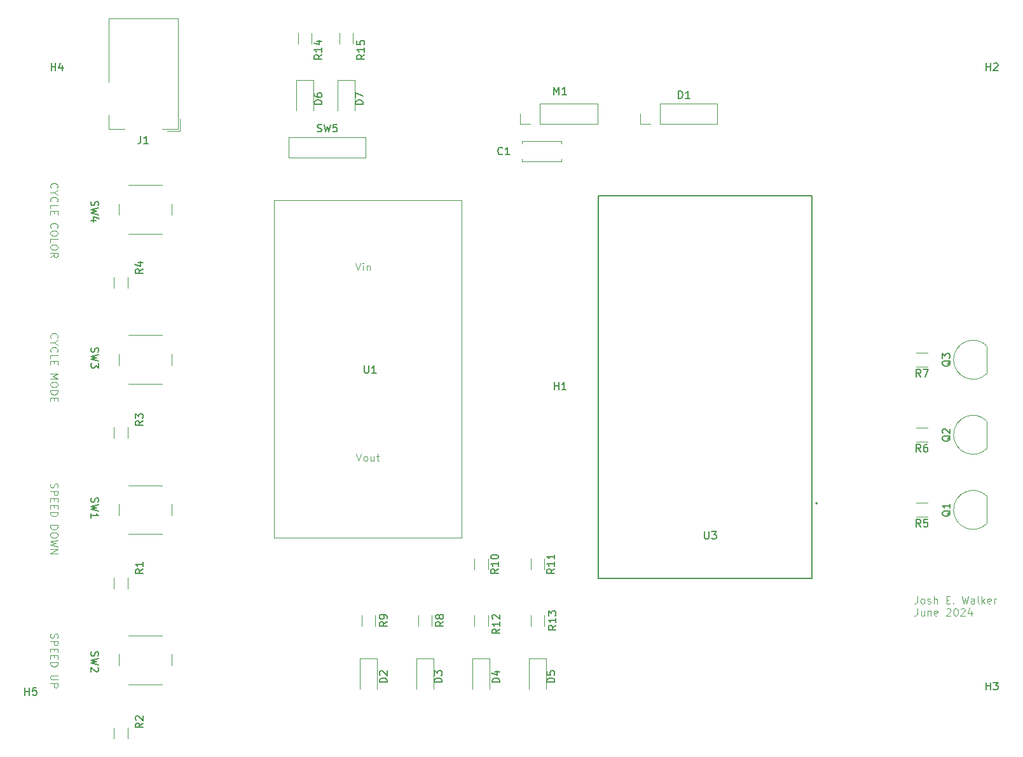
<source format=gbr>
%TF.GenerationSoftware,KiCad,Pcbnew,8.0.3-1.fc39*%
%TF.CreationDate,2024-06-27T20:10:53-06:00*%
%TF.ProjectId,Electronics,456c6563-7472-46f6-9e69-63732e6b6963,rev?*%
%TF.SameCoordinates,Original*%
%TF.FileFunction,Legend,Top*%
%TF.FilePolarity,Positive*%
%FSLAX46Y46*%
G04 Gerber Fmt 4.6, Leading zero omitted, Abs format (unit mm)*
G04 Created by KiCad (PCBNEW 8.0.3-1.fc39) date 2024-06-27 20:10:53*
%MOMM*%
%LPD*%
G01*
G04 APERTURE LIST*
%ADD10C,0.100000*%
%ADD11C,0.150000*%
%ADD12C,0.120000*%
%ADD13C,0.127000*%
%ADD14C,0.200000*%
G04 APERTURE END LIST*
D10*
X89175200Y-135756265D02*
X89127580Y-135899122D01*
X89127580Y-135899122D02*
X89127580Y-136137217D01*
X89127580Y-136137217D02*
X89175200Y-136232455D01*
X89175200Y-136232455D02*
X89222819Y-136280074D01*
X89222819Y-136280074D02*
X89318057Y-136327693D01*
X89318057Y-136327693D02*
X89413295Y-136327693D01*
X89413295Y-136327693D02*
X89508533Y-136280074D01*
X89508533Y-136280074D02*
X89556152Y-136232455D01*
X89556152Y-136232455D02*
X89603771Y-136137217D01*
X89603771Y-136137217D02*
X89651390Y-135946741D01*
X89651390Y-135946741D02*
X89699009Y-135851503D01*
X89699009Y-135851503D02*
X89746628Y-135803884D01*
X89746628Y-135803884D02*
X89841866Y-135756265D01*
X89841866Y-135756265D02*
X89937104Y-135756265D01*
X89937104Y-135756265D02*
X90032342Y-135803884D01*
X90032342Y-135803884D02*
X90079961Y-135851503D01*
X90079961Y-135851503D02*
X90127580Y-135946741D01*
X90127580Y-135946741D02*
X90127580Y-136184836D01*
X90127580Y-136184836D02*
X90079961Y-136327693D01*
X89127580Y-136756265D02*
X90127580Y-136756265D01*
X90127580Y-136756265D02*
X90127580Y-137137217D01*
X90127580Y-137137217D02*
X90079961Y-137232455D01*
X90079961Y-137232455D02*
X90032342Y-137280074D01*
X90032342Y-137280074D02*
X89937104Y-137327693D01*
X89937104Y-137327693D02*
X89794247Y-137327693D01*
X89794247Y-137327693D02*
X89699009Y-137280074D01*
X89699009Y-137280074D02*
X89651390Y-137232455D01*
X89651390Y-137232455D02*
X89603771Y-137137217D01*
X89603771Y-137137217D02*
X89603771Y-136756265D01*
X89651390Y-137756265D02*
X89651390Y-138089598D01*
X89127580Y-138232455D02*
X89127580Y-137756265D01*
X89127580Y-137756265D02*
X90127580Y-137756265D01*
X90127580Y-137756265D02*
X90127580Y-138232455D01*
X89651390Y-138661027D02*
X89651390Y-138994360D01*
X89127580Y-139137217D02*
X89127580Y-138661027D01*
X89127580Y-138661027D02*
X90127580Y-138661027D01*
X90127580Y-138661027D02*
X90127580Y-139137217D01*
X89127580Y-139565789D02*
X90127580Y-139565789D01*
X90127580Y-139565789D02*
X90127580Y-139803884D01*
X90127580Y-139803884D02*
X90079961Y-139946741D01*
X90079961Y-139946741D02*
X89984723Y-140041979D01*
X89984723Y-140041979D02*
X89889485Y-140089598D01*
X89889485Y-140089598D02*
X89699009Y-140137217D01*
X89699009Y-140137217D02*
X89556152Y-140137217D01*
X89556152Y-140137217D02*
X89365676Y-140089598D01*
X89365676Y-140089598D02*
X89270438Y-140041979D01*
X89270438Y-140041979D02*
X89175200Y-139946741D01*
X89175200Y-139946741D02*
X89127580Y-139803884D01*
X89127580Y-139803884D02*
X89127580Y-139565789D01*
X90127580Y-141327694D02*
X89318057Y-141327694D01*
X89318057Y-141327694D02*
X89222819Y-141375313D01*
X89222819Y-141375313D02*
X89175200Y-141422932D01*
X89175200Y-141422932D02*
X89127580Y-141518170D01*
X89127580Y-141518170D02*
X89127580Y-141708646D01*
X89127580Y-141708646D02*
X89175200Y-141803884D01*
X89175200Y-141803884D02*
X89222819Y-141851503D01*
X89222819Y-141851503D02*
X89318057Y-141899122D01*
X89318057Y-141899122D02*
X90127580Y-141899122D01*
X89127580Y-142375313D02*
X90127580Y-142375313D01*
X90127580Y-142375313D02*
X90127580Y-142756265D01*
X90127580Y-142756265D02*
X90079961Y-142851503D01*
X90079961Y-142851503D02*
X90032342Y-142899122D01*
X90032342Y-142899122D02*
X89937104Y-142946741D01*
X89937104Y-142946741D02*
X89794247Y-142946741D01*
X89794247Y-142946741D02*
X89699009Y-142899122D01*
X89699009Y-142899122D02*
X89651390Y-142851503D01*
X89651390Y-142851503D02*
X89603771Y-142756265D01*
X89603771Y-142756265D02*
X89603771Y-142375313D01*
X89222819Y-96375312D02*
X89175200Y-96327693D01*
X89175200Y-96327693D02*
X89127580Y-96184836D01*
X89127580Y-96184836D02*
X89127580Y-96089598D01*
X89127580Y-96089598D02*
X89175200Y-95946741D01*
X89175200Y-95946741D02*
X89270438Y-95851503D01*
X89270438Y-95851503D02*
X89365676Y-95803884D01*
X89365676Y-95803884D02*
X89556152Y-95756265D01*
X89556152Y-95756265D02*
X89699009Y-95756265D01*
X89699009Y-95756265D02*
X89889485Y-95803884D01*
X89889485Y-95803884D02*
X89984723Y-95851503D01*
X89984723Y-95851503D02*
X90079961Y-95946741D01*
X90079961Y-95946741D02*
X90127580Y-96089598D01*
X90127580Y-96089598D02*
X90127580Y-96184836D01*
X90127580Y-96184836D02*
X90079961Y-96327693D01*
X90079961Y-96327693D02*
X90032342Y-96375312D01*
X89603771Y-96994360D02*
X89127580Y-96994360D01*
X90127580Y-96661027D02*
X89603771Y-96994360D01*
X89603771Y-96994360D02*
X90127580Y-97327693D01*
X89222819Y-98232455D02*
X89175200Y-98184836D01*
X89175200Y-98184836D02*
X89127580Y-98041979D01*
X89127580Y-98041979D02*
X89127580Y-97946741D01*
X89127580Y-97946741D02*
X89175200Y-97803884D01*
X89175200Y-97803884D02*
X89270438Y-97708646D01*
X89270438Y-97708646D02*
X89365676Y-97661027D01*
X89365676Y-97661027D02*
X89556152Y-97613408D01*
X89556152Y-97613408D02*
X89699009Y-97613408D01*
X89699009Y-97613408D02*
X89889485Y-97661027D01*
X89889485Y-97661027D02*
X89984723Y-97708646D01*
X89984723Y-97708646D02*
X90079961Y-97803884D01*
X90079961Y-97803884D02*
X90127580Y-97946741D01*
X90127580Y-97946741D02*
X90127580Y-98041979D01*
X90127580Y-98041979D02*
X90079961Y-98184836D01*
X90079961Y-98184836D02*
X90032342Y-98232455D01*
X89127580Y-99137217D02*
X89127580Y-98661027D01*
X89127580Y-98661027D02*
X90127580Y-98661027D01*
X89651390Y-99470551D02*
X89651390Y-99803884D01*
X89127580Y-99946741D02*
X89127580Y-99470551D01*
X89127580Y-99470551D02*
X90127580Y-99470551D01*
X90127580Y-99470551D02*
X90127580Y-99946741D01*
X89127580Y-101137218D02*
X90127580Y-101137218D01*
X90127580Y-101137218D02*
X89413295Y-101470551D01*
X89413295Y-101470551D02*
X90127580Y-101803884D01*
X90127580Y-101803884D02*
X89127580Y-101803884D01*
X90127580Y-102470551D02*
X90127580Y-102661027D01*
X90127580Y-102661027D02*
X90079961Y-102756265D01*
X90079961Y-102756265D02*
X89984723Y-102851503D01*
X89984723Y-102851503D02*
X89794247Y-102899122D01*
X89794247Y-102899122D02*
X89460914Y-102899122D01*
X89460914Y-102899122D02*
X89270438Y-102851503D01*
X89270438Y-102851503D02*
X89175200Y-102756265D01*
X89175200Y-102756265D02*
X89127580Y-102661027D01*
X89127580Y-102661027D02*
X89127580Y-102470551D01*
X89127580Y-102470551D02*
X89175200Y-102375313D01*
X89175200Y-102375313D02*
X89270438Y-102280075D01*
X89270438Y-102280075D02*
X89460914Y-102232456D01*
X89460914Y-102232456D02*
X89794247Y-102232456D01*
X89794247Y-102232456D02*
X89984723Y-102280075D01*
X89984723Y-102280075D02*
X90079961Y-102375313D01*
X90079961Y-102375313D02*
X90127580Y-102470551D01*
X89127580Y-103327694D02*
X90127580Y-103327694D01*
X90127580Y-103327694D02*
X90127580Y-103565789D01*
X90127580Y-103565789D02*
X90079961Y-103708646D01*
X90079961Y-103708646D02*
X89984723Y-103803884D01*
X89984723Y-103803884D02*
X89889485Y-103851503D01*
X89889485Y-103851503D02*
X89699009Y-103899122D01*
X89699009Y-103899122D02*
X89556152Y-103899122D01*
X89556152Y-103899122D02*
X89365676Y-103851503D01*
X89365676Y-103851503D02*
X89270438Y-103803884D01*
X89270438Y-103803884D02*
X89175200Y-103708646D01*
X89175200Y-103708646D02*
X89127580Y-103565789D01*
X89127580Y-103565789D02*
X89127580Y-103327694D01*
X89651390Y-104327694D02*
X89651390Y-104661027D01*
X89127580Y-104803884D02*
X89127580Y-104327694D01*
X89127580Y-104327694D02*
X90127580Y-104327694D01*
X90127580Y-104327694D02*
X90127580Y-104803884D01*
X89175200Y-115756265D02*
X89127580Y-115899122D01*
X89127580Y-115899122D02*
X89127580Y-116137217D01*
X89127580Y-116137217D02*
X89175200Y-116232455D01*
X89175200Y-116232455D02*
X89222819Y-116280074D01*
X89222819Y-116280074D02*
X89318057Y-116327693D01*
X89318057Y-116327693D02*
X89413295Y-116327693D01*
X89413295Y-116327693D02*
X89508533Y-116280074D01*
X89508533Y-116280074D02*
X89556152Y-116232455D01*
X89556152Y-116232455D02*
X89603771Y-116137217D01*
X89603771Y-116137217D02*
X89651390Y-115946741D01*
X89651390Y-115946741D02*
X89699009Y-115851503D01*
X89699009Y-115851503D02*
X89746628Y-115803884D01*
X89746628Y-115803884D02*
X89841866Y-115756265D01*
X89841866Y-115756265D02*
X89937104Y-115756265D01*
X89937104Y-115756265D02*
X90032342Y-115803884D01*
X90032342Y-115803884D02*
X90079961Y-115851503D01*
X90079961Y-115851503D02*
X90127580Y-115946741D01*
X90127580Y-115946741D02*
X90127580Y-116184836D01*
X90127580Y-116184836D02*
X90079961Y-116327693D01*
X89127580Y-116756265D02*
X90127580Y-116756265D01*
X90127580Y-116756265D02*
X90127580Y-117137217D01*
X90127580Y-117137217D02*
X90079961Y-117232455D01*
X90079961Y-117232455D02*
X90032342Y-117280074D01*
X90032342Y-117280074D02*
X89937104Y-117327693D01*
X89937104Y-117327693D02*
X89794247Y-117327693D01*
X89794247Y-117327693D02*
X89699009Y-117280074D01*
X89699009Y-117280074D02*
X89651390Y-117232455D01*
X89651390Y-117232455D02*
X89603771Y-117137217D01*
X89603771Y-117137217D02*
X89603771Y-116756265D01*
X89651390Y-117756265D02*
X89651390Y-118089598D01*
X89127580Y-118232455D02*
X89127580Y-117756265D01*
X89127580Y-117756265D02*
X90127580Y-117756265D01*
X90127580Y-117756265D02*
X90127580Y-118232455D01*
X89651390Y-118661027D02*
X89651390Y-118994360D01*
X89127580Y-119137217D02*
X89127580Y-118661027D01*
X89127580Y-118661027D02*
X90127580Y-118661027D01*
X90127580Y-118661027D02*
X90127580Y-119137217D01*
X89127580Y-119565789D02*
X90127580Y-119565789D01*
X90127580Y-119565789D02*
X90127580Y-119803884D01*
X90127580Y-119803884D02*
X90079961Y-119946741D01*
X90079961Y-119946741D02*
X89984723Y-120041979D01*
X89984723Y-120041979D02*
X89889485Y-120089598D01*
X89889485Y-120089598D02*
X89699009Y-120137217D01*
X89699009Y-120137217D02*
X89556152Y-120137217D01*
X89556152Y-120137217D02*
X89365676Y-120089598D01*
X89365676Y-120089598D02*
X89270438Y-120041979D01*
X89270438Y-120041979D02*
X89175200Y-119946741D01*
X89175200Y-119946741D02*
X89127580Y-119803884D01*
X89127580Y-119803884D02*
X89127580Y-119565789D01*
X89127580Y-121327694D02*
X90127580Y-121327694D01*
X90127580Y-121327694D02*
X90127580Y-121565789D01*
X90127580Y-121565789D02*
X90079961Y-121708646D01*
X90079961Y-121708646D02*
X89984723Y-121803884D01*
X89984723Y-121803884D02*
X89889485Y-121851503D01*
X89889485Y-121851503D02*
X89699009Y-121899122D01*
X89699009Y-121899122D02*
X89556152Y-121899122D01*
X89556152Y-121899122D02*
X89365676Y-121851503D01*
X89365676Y-121851503D02*
X89270438Y-121803884D01*
X89270438Y-121803884D02*
X89175200Y-121708646D01*
X89175200Y-121708646D02*
X89127580Y-121565789D01*
X89127580Y-121565789D02*
X89127580Y-121327694D01*
X90127580Y-122518170D02*
X90127580Y-122708646D01*
X90127580Y-122708646D02*
X90079961Y-122803884D01*
X90079961Y-122803884D02*
X89984723Y-122899122D01*
X89984723Y-122899122D02*
X89794247Y-122946741D01*
X89794247Y-122946741D02*
X89460914Y-122946741D01*
X89460914Y-122946741D02*
X89270438Y-122899122D01*
X89270438Y-122899122D02*
X89175200Y-122803884D01*
X89175200Y-122803884D02*
X89127580Y-122708646D01*
X89127580Y-122708646D02*
X89127580Y-122518170D01*
X89127580Y-122518170D02*
X89175200Y-122422932D01*
X89175200Y-122422932D02*
X89270438Y-122327694D01*
X89270438Y-122327694D02*
X89460914Y-122280075D01*
X89460914Y-122280075D02*
X89794247Y-122280075D01*
X89794247Y-122280075D02*
X89984723Y-122327694D01*
X89984723Y-122327694D02*
X90079961Y-122422932D01*
X90079961Y-122422932D02*
X90127580Y-122518170D01*
X90127580Y-123280075D02*
X89127580Y-123518170D01*
X89127580Y-123518170D02*
X89841866Y-123708646D01*
X89841866Y-123708646D02*
X89127580Y-123899122D01*
X89127580Y-123899122D02*
X90127580Y-124137218D01*
X89127580Y-124518170D02*
X90127580Y-124518170D01*
X90127580Y-124518170D02*
X89127580Y-125089598D01*
X89127580Y-125089598D02*
X90127580Y-125089598D01*
X204589598Y-130762475D02*
X204589598Y-131476760D01*
X204589598Y-131476760D02*
X204541979Y-131619617D01*
X204541979Y-131619617D02*
X204446741Y-131714856D01*
X204446741Y-131714856D02*
X204303884Y-131762475D01*
X204303884Y-131762475D02*
X204208646Y-131762475D01*
X205208646Y-131762475D02*
X205113408Y-131714856D01*
X205113408Y-131714856D02*
X205065789Y-131667236D01*
X205065789Y-131667236D02*
X205018170Y-131571998D01*
X205018170Y-131571998D02*
X205018170Y-131286284D01*
X205018170Y-131286284D02*
X205065789Y-131191046D01*
X205065789Y-131191046D02*
X205113408Y-131143427D01*
X205113408Y-131143427D02*
X205208646Y-131095808D01*
X205208646Y-131095808D02*
X205351503Y-131095808D01*
X205351503Y-131095808D02*
X205446741Y-131143427D01*
X205446741Y-131143427D02*
X205494360Y-131191046D01*
X205494360Y-131191046D02*
X205541979Y-131286284D01*
X205541979Y-131286284D02*
X205541979Y-131571998D01*
X205541979Y-131571998D02*
X205494360Y-131667236D01*
X205494360Y-131667236D02*
X205446741Y-131714856D01*
X205446741Y-131714856D02*
X205351503Y-131762475D01*
X205351503Y-131762475D02*
X205208646Y-131762475D01*
X205922932Y-131714856D02*
X206018170Y-131762475D01*
X206018170Y-131762475D02*
X206208646Y-131762475D01*
X206208646Y-131762475D02*
X206303884Y-131714856D01*
X206303884Y-131714856D02*
X206351503Y-131619617D01*
X206351503Y-131619617D02*
X206351503Y-131571998D01*
X206351503Y-131571998D02*
X206303884Y-131476760D01*
X206303884Y-131476760D02*
X206208646Y-131429141D01*
X206208646Y-131429141D02*
X206065789Y-131429141D01*
X206065789Y-131429141D02*
X205970551Y-131381522D01*
X205970551Y-131381522D02*
X205922932Y-131286284D01*
X205922932Y-131286284D02*
X205922932Y-131238665D01*
X205922932Y-131238665D02*
X205970551Y-131143427D01*
X205970551Y-131143427D02*
X206065789Y-131095808D01*
X206065789Y-131095808D02*
X206208646Y-131095808D01*
X206208646Y-131095808D02*
X206303884Y-131143427D01*
X206780075Y-131762475D02*
X206780075Y-130762475D01*
X207208646Y-131762475D02*
X207208646Y-131238665D01*
X207208646Y-131238665D02*
X207161027Y-131143427D01*
X207161027Y-131143427D02*
X207065789Y-131095808D01*
X207065789Y-131095808D02*
X206922932Y-131095808D01*
X206922932Y-131095808D02*
X206827694Y-131143427D01*
X206827694Y-131143427D02*
X206780075Y-131191046D01*
X208446742Y-131238665D02*
X208780075Y-131238665D01*
X208922932Y-131762475D02*
X208446742Y-131762475D01*
X208446742Y-131762475D02*
X208446742Y-130762475D01*
X208446742Y-130762475D02*
X208922932Y-130762475D01*
X209351504Y-131667236D02*
X209399123Y-131714856D01*
X209399123Y-131714856D02*
X209351504Y-131762475D01*
X209351504Y-131762475D02*
X209303885Y-131714856D01*
X209303885Y-131714856D02*
X209351504Y-131667236D01*
X209351504Y-131667236D02*
X209351504Y-131762475D01*
X210494361Y-130762475D02*
X210732456Y-131762475D01*
X210732456Y-131762475D02*
X210922932Y-131048189D01*
X210922932Y-131048189D02*
X211113408Y-131762475D01*
X211113408Y-131762475D02*
X211351504Y-130762475D01*
X212161027Y-131762475D02*
X212161027Y-131238665D01*
X212161027Y-131238665D02*
X212113408Y-131143427D01*
X212113408Y-131143427D02*
X212018170Y-131095808D01*
X212018170Y-131095808D02*
X211827694Y-131095808D01*
X211827694Y-131095808D02*
X211732456Y-131143427D01*
X212161027Y-131714856D02*
X212065789Y-131762475D01*
X212065789Y-131762475D02*
X211827694Y-131762475D01*
X211827694Y-131762475D02*
X211732456Y-131714856D01*
X211732456Y-131714856D02*
X211684837Y-131619617D01*
X211684837Y-131619617D02*
X211684837Y-131524379D01*
X211684837Y-131524379D02*
X211732456Y-131429141D01*
X211732456Y-131429141D02*
X211827694Y-131381522D01*
X211827694Y-131381522D02*
X212065789Y-131381522D01*
X212065789Y-131381522D02*
X212161027Y-131333903D01*
X212780075Y-131762475D02*
X212684837Y-131714856D01*
X212684837Y-131714856D02*
X212637218Y-131619617D01*
X212637218Y-131619617D02*
X212637218Y-130762475D01*
X213161028Y-131762475D02*
X213161028Y-130762475D01*
X213256266Y-131381522D02*
X213541980Y-131762475D01*
X213541980Y-131095808D02*
X213161028Y-131476760D01*
X214351504Y-131714856D02*
X214256266Y-131762475D01*
X214256266Y-131762475D02*
X214065790Y-131762475D01*
X214065790Y-131762475D02*
X213970552Y-131714856D01*
X213970552Y-131714856D02*
X213922933Y-131619617D01*
X213922933Y-131619617D02*
X213922933Y-131238665D01*
X213922933Y-131238665D02*
X213970552Y-131143427D01*
X213970552Y-131143427D02*
X214065790Y-131095808D01*
X214065790Y-131095808D02*
X214256266Y-131095808D01*
X214256266Y-131095808D02*
X214351504Y-131143427D01*
X214351504Y-131143427D02*
X214399123Y-131238665D01*
X214399123Y-131238665D02*
X214399123Y-131333903D01*
X214399123Y-131333903D02*
X213922933Y-131429141D01*
X214827695Y-131762475D02*
X214827695Y-131095808D01*
X214827695Y-131286284D02*
X214875314Y-131191046D01*
X214875314Y-131191046D02*
X214922933Y-131143427D01*
X214922933Y-131143427D02*
X215018171Y-131095808D01*
X215018171Y-131095808D02*
X215113409Y-131095808D01*
X204589598Y-132372419D02*
X204589598Y-133086704D01*
X204589598Y-133086704D02*
X204541979Y-133229561D01*
X204541979Y-133229561D02*
X204446741Y-133324800D01*
X204446741Y-133324800D02*
X204303884Y-133372419D01*
X204303884Y-133372419D02*
X204208646Y-133372419D01*
X205494360Y-132705752D02*
X205494360Y-133372419D01*
X205065789Y-132705752D02*
X205065789Y-133229561D01*
X205065789Y-133229561D02*
X205113408Y-133324800D01*
X205113408Y-133324800D02*
X205208646Y-133372419D01*
X205208646Y-133372419D02*
X205351503Y-133372419D01*
X205351503Y-133372419D02*
X205446741Y-133324800D01*
X205446741Y-133324800D02*
X205494360Y-133277180D01*
X205970551Y-132705752D02*
X205970551Y-133372419D01*
X205970551Y-132800990D02*
X206018170Y-132753371D01*
X206018170Y-132753371D02*
X206113408Y-132705752D01*
X206113408Y-132705752D02*
X206256265Y-132705752D01*
X206256265Y-132705752D02*
X206351503Y-132753371D01*
X206351503Y-132753371D02*
X206399122Y-132848609D01*
X206399122Y-132848609D02*
X206399122Y-133372419D01*
X207256265Y-133324800D02*
X207161027Y-133372419D01*
X207161027Y-133372419D02*
X206970551Y-133372419D01*
X206970551Y-133372419D02*
X206875313Y-133324800D01*
X206875313Y-133324800D02*
X206827694Y-133229561D01*
X206827694Y-133229561D02*
X206827694Y-132848609D01*
X206827694Y-132848609D02*
X206875313Y-132753371D01*
X206875313Y-132753371D02*
X206970551Y-132705752D01*
X206970551Y-132705752D02*
X207161027Y-132705752D01*
X207161027Y-132705752D02*
X207256265Y-132753371D01*
X207256265Y-132753371D02*
X207303884Y-132848609D01*
X207303884Y-132848609D02*
X207303884Y-132943847D01*
X207303884Y-132943847D02*
X206827694Y-133039085D01*
X208446742Y-132467657D02*
X208494361Y-132420038D01*
X208494361Y-132420038D02*
X208589599Y-132372419D01*
X208589599Y-132372419D02*
X208827694Y-132372419D01*
X208827694Y-132372419D02*
X208922932Y-132420038D01*
X208922932Y-132420038D02*
X208970551Y-132467657D01*
X208970551Y-132467657D02*
X209018170Y-132562895D01*
X209018170Y-132562895D02*
X209018170Y-132658133D01*
X209018170Y-132658133D02*
X208970551Y-132800990D01*
X208970551Y-132800990D02*
X208399123Y-133372419D01*
X208399123Y-133372419D02*
X209018170Y-133372419D01*
X209637218Y-132372419D02*
X209732456Y-132372419D01*
X209732456Y-132372419D02*
X209827694Y-132420038D01*
X209827694Y-132420038D02*
X209875313Y-132467657D01*
X209875313Y-132467657D02*
X209922932Y-132562895D01*
X209922932Y-132562895D02*
X209970551Y-132753371D01*
X209970551Y-132753371D02*
X209970551Y-132991466D01*
X209970551Y-132991466D02*
X209922932Y-133181942D01*
X209922932Y-133181942D02*
X209875313Y-133277180D01*
X209875313Y-133277180D02*
X209827694Y-133324800D01*
X209827694Y-133324800D02*
X209732456Y-133372419D01*
X209732456Y-133372419D02*
X209637218Y-133372419D01*
X209637218Y-133372419D02*
X209541980Y-133324800D01*
X209541980Y-133324800D02*
X209494361Y-133277180D01*
X209494361Y-133277180D02*
X209446742Y-133181942D01*
X209446742Y-133181942D02*
X209399123Y-132991466D01*
X209399123Y-132991466D02*
X209399123Y-132753371D01*
X209399123Y-132753371D02*
X209446742Y-132562895D01*
X209446742Y-132562895D02*
X209494361Y-132467657D01*
X209494361Y-132467657D02*
X209541980Y-132420038D01*
X209541980Y-132420038D02*
X209637218Y-132372419D01*
X210351504Y-132467657D02*
X210399123Y-132420038D01*
X210399123Y-132420038D02*
X210494361Y-132372419D01*
X210494361Y-132372419D02*
X210732456Y-132372419D01*
X210732456Y-132372419D02*
X210827694Y-132420038D01*
X210827694Y-132420038D02*
X210875313Y-132467657D01*
X210875313Y-132467657D02*
X210922932Y-132562895D01*
X210922932Y-132562895D02*
X210922932Y-132658133D01*
X210922932Y-132658133D02*
X210875313Y-132800990D01*
X210875313Y-132800990D02*
X210303885Y-133372419D01*
X210303885Y-133372419D02*
X210922932Y-133372419D01*
X211780075Y-132705752D02*
X211780075Y-133372419D01*
X211541980Y-132324800D02*
X211303885Y-133039085D01*
X211303885Y-133039085D02*
X211922932Y-133039085D01*
X89222819Y-76375312D02*
X89175200Y-76327693D01*
X89175200Y-76327693D02*
X89127580Y-76184836D01*
X89127580Y-76184836D02*
X89127580Y-76089598D01*
X89127580Y-76089598D02*
X89175200Y-75946741D01*
X89175200Y-75946741D02*
X89270438Y-75851503D01*
X89270438Y-75851503D02*
X89365676Y-75803884D01*
X89365676Y-75803884D02*
X89556152Y-75756265D01*
X89556152Y-75756265D02*
X89699009Y-75756265D01*
X89699009Y-75756265D02*
X89889485Y-75803884D01*
X89889485Y-75803884D02*
X89984723Y-75851503D01*
X89984723Y-75851503D02*
X90079961Y-75946741D01*
X90079961Y-75946741D02*
X90127580Y-76089598D01*
X90127580Y-76089598D02*
X90127580Y-76184836D01*
X90127580Y-76184836D02*
X90079961Y-76327693D01*
X90079961Y-76327693D02*
X90032342Y-76375312D01*
X89603771Y-76994360D02*
X89127580Y-76994360D01*
X90127580Y-76661027D02*
X89603771Y-76994360D01*
X89603771Y-76994360D02*
X90127580Y-77327693D01*
X89222819Y-78232455D02*
X89175200Y-78184836D01*
X89175200Y-78184836D02*
X89127580Y-78041979D01*
X89127580Y-78041979D02*
X89127580Y-77946741D01*
X89127580Y-77946741D02*
X89175200Y-77803884D01*
X89175200Y-77803884D02*
X89270438Y-77708646D01*
X89270438Y-77708646D02*
X89365676Y-77661027D01*
X89365676Y-77661027D02*
X89556152Y-77613408D01*
X89556152Y-77613408D02*
X89699009Y-77613408D01*
X89699009Y-77613408D02*
X89889485Y-77661027D01*
X89889485Y-77661027D02*
X89984723Y-77708646D01*
X89984723Y-77708646D02*
X90079961Y-77803884D01*
X90079961Y-77803884D02*
X90127580Y-77946741D01*
X90127580Y-77946741D02*
X90127580Y-78041979D01*
X90127580Y-78041979D02*
X90079961Y-78184836D01*
X90079961Y-78184836D02*
X90032342Y-78232455D01*
X89127580Y-79137217D02*
X89127580Y-78661027D01*
X89127580Y-78661027D02*
X90127580Y-78661027D01*
X89651390Y-79470551D02*
X89651390Y-79803884D01*
X89127580Y-79946741D02*
X89127580Y-79470551D01*
X89127580Y-79470551D02*
X90127580Y-79470551D01*
X90127580Y-79470551D02*
X90127580Y-79946741D01*
X89222819Y-81708646D02*
X89175200Y-81661027D01*
X89175200Y-81661027D02*
X89127580Y-81518170D01*
X89127580Y-81518170D02*
X89127580Y-81422932D01*
X89127580Y-81422932D02*
X89175200Y-81280075D01*
X89175200Y-81280075D02*
X89270438Y-81184837D01*
X89270438Y-81184837D02*
X89365676Y-81137218D01*
X89365676Y-81137218D02*
X89556152Y-81089599D01*
X89556152Y-81089599D02*
X89699009Y-81089599D01*
X89699009Y-81089599D02*
X89889485Y-81137218D01*
X89889485Y-81137218D02*
X89984723Y-81184837D01*
X89984723Y-81184837D02*
X90079961Y-81280075D01*
X90079961Y-81280075D02*
X90127580Y-81422932D01*
X90127580Y-81422932D02*
X90127580Y-81518170D01*
X90127580Y-81518170D02*
X90079961Y-81661027D01*
X90079961Y-81661027D02*
X90032342Y-81708646D01*
X90127580Y-82327694D02*
X90127580Y-82518170D01*
X90127580Y-82518170D02*
X90079961Y-82613408D01*
X90079961Y-82613408D02*
X89984723Y-82708646D01*
X89984723Y-82708646D02*
X89794247Y-82756265D01*
X89794247Y-82756265D02*
X89460914Y-82756265D01*
X89460914Y-82756265D02*
X89270438Y-82708646D01*
X89270438Y-82708646D02*
X89175200Y-82613408D01*
X89175200Y-82613408D02*
X89127580Y-82518170D01*
X89127580Y-82518170D02*
X89127580Y-82327694D01*
X89127580Y-82327694D02*
X89175200Y-82232456D01*
X89175200Y-82232456D02*
X89270438Y-82137218D01*
X89270438Y-82137218D02*
X89460914Y-82089599D01*
X89460914Y-82089599D02*
X89794247Y-82089599D01*
X89794247Y-82089599D02*
X89984723Y-82137218D01*
X89984723Y-82137218D02*
X90079961Y-82232456D01*
X90079961Y-82232456D02*
X90127580Y-82327694D01*
X89127580Y-83661027D02*
X89127580Y-83184837D01*
X89127580Y-83184837D02*
X90127580Y-83184837D01*
X90127580Y-84184837D02*
X90127580Y-84375313D01*
X90127580Y-84375313D02*
X90079961Y-84470551D01*
X90079961Y-84470551D02*
X89984723Y-84565789D01*
X89984723Y-84565789D02*
X89794247Y-84613408D01*
X89794247Y-84613408D02*
X89460914Y-84613408D01*
X89460914Y-84613408D02*
X89270438Y-84565789D01*
X89270438Y-84565789D02*
X89175200Y-84470551D01*
X89175200Y-84470551D02*
X89127580Y-84375313D01*
X89127580Y-84375313D02*
X89127580Y-84184837D01*
X89127580Y-84184837D02*
X89175200Y-84089599D01*
X89175200Y-84089599D02*
X89270438Y-83994361D01*
X89270438Y-83994361D02*
X89460914Y-83946742D01*
X89460914Y-83946742D02*
X89794247Y-83946742D01*
X89794247Y-83946742D02*
X89984723Y-83994361D01*
X89984723Y-83994361D02*
X90079961Y-84089599D01*
X90079961Y-84089599D02*
X90127580Y-84184837D01*
X89127580Y-85613408D02*
X89603771Y-85280075D01*
X89127580Y-85041980D02*
X90127580Y-85041980D01*
X90127580Y-85041980D02*
X90127580Y-85422932D01*
X90127580Y-85422932D02*
X90079961Y-85518170D01*
X90079961Y-85518170D02*
X90032342Y-85565789D01*
X90032342Y-85565789D02*
X89937104Y-85613408D01*
X89937104Y-85613408D02*
X89794247Y-85613408D01*
X89794247Y-85613408D02*
X89699009Y-85565789D01*
X89699009Y-85565789D02*
X89651390Y-85518170D01*
X89651390Y-85518170D02*
X89603771Y-85422932D01*
X89603771Y-85422932D02*
X89603771Y-85041980D01*
D11*
X156238095Y-103254819D02*
X156238095Y-102254819D01*
X156238095Y-102731009D02*
X156809523Y-102731009D01*
X156809523Y-103254819D02*
X156809523Y-102254819D01*
X157809523Y-103254819D02*
X157238095Y-103254819D01*
X157523809Y-103254819D02*
X157523809Y-102254819D01*
X157523809Y-102254819D02*
X157428571Y-102397676D01*
X157428571Y-102397676D02*
X157333333Y-102492914D01*
X157333333Y-102492914D02*
X157238095Y-102540533D01*
X213738095Y-143254819D02*
X213738095Y-142254819D01*
X213738095Y-142731009D02*
X214309523Y-142731009D01*
X214309523Y-143254819D02*
X214309523Y-142254819D01*
X214690476Y-142254819D02*
X215309523Y-142254819D01*
X215309523Y-142254819D02*
X214976190Y-142635771D01*
X214976190Y-142635771D02*
X215119047Y-142635771D01*
X215119047Y-142635771D02*
X215214285Y-142683390D01*
X215214285Y-142683390D02*
X215261904Y-142731009D01*
X215261904Y-142731009D02*
X215309523Y-142826247D01*
X215309523Y-142826247D02*
X215309523Y-143064342D01*
X215309523Y-143064342D02*
X215261904Y-143159580D01*
X215261904Y-143159580D02*
X215214285Y-143207200D01*
X215214285Y-143207200D02*
X215119047Y-143254819D01*
X215119047Y-143254819D02*
X214833333Y-143254819D01*
X214833333Y-143254819D02*
X214738095Y-143207200D01*
X214738095Y-143207200D02*
X214690476Y-143159580D01*
X133954819Y-142238094D02*
X132954819Y-142238094D01*
X132954819Y-142238094D02*
X132954819Y-141999999D01*
X132954819Y-141999999D02*
X133002438Y-141857142D01*
X133002438Y-141857142D02*
X133097676Y-141761904D01*
X133097676Y-141761904D02*
X133192914Y-141714285D01*
X133192914Y-141714285D02*
X133383390Y-141666666D01*
X133383390Y-141666666D02*
X133526247Y-141666666D01*
X133526247Y-141666666D02*
X133716723Y-141714285D01*
X133716723Y-141714285D02*
X133811961Y-141761904D01*
X133811961Y-141761904D02*
X133907200Y-141857142D01*
X133907200Y-141857142D02*
X133954819Y-141999999D01*
X133954819Y-141999999D02*
X133954819Y-142238094D01*
X133050057Y-141285713D02*
X133002438Y-141238094D01*
X133002438Y-141238094D02*
X132954819Y-141142856D01*
X132954819Y-141142856D02*
X132954819Y-140904761D01*
X132954819Y-140904761D02*
X133002438Y-140809523D01*
X133002438Y-140809523D02*
X133050057Y-140761904D01*
X133050057Y-140761904D02*
X133145295Y-140714285D01*
X133145295Y-140714285D02*
X133240533Y-140714285D01*
X133240533Y-140714285D02*
X133383390Y-140761904D01*
X133383390Y-140761904D02*
X133954819Y-141333332D01*
X133954819Y-141333332D02*
X133954819Y-140714285D01*
X213738095Y-60754819D02*
X213738095Y-59754819D01*
X213738095Y-60231009D02*
X214309523Y-60231009D01*
X214309523Y-60754819D02*
X214309523Y-59754819D01*
X214738095Y-59850057D02*
X214785714Y-59802438D01*
X214785714Y-59802438D02*
X214880952Y-59754819D01*
X214880952Y-59754819D02*
X215119047Y-59754819D01*
X215119047Y-59754819D02*
X215214285Y-59802438D01*
X215214285Y-59802438D02*
X215261904Y-59850057D01*
X215261904Y-59850057D02*
X215309523Y-59945295D01*
X215309523Y-59945295D02*
X215309523Y-60040533D01*
X215309523Y-60040533D02*
X215261904Y-60183390D01*
X215261904Y-60183390D02*
X214690476Y-60754819D01*
X214690476Y-60754819D02*
X215309523Y-60754819D01*
X172761905Y-64454819D02*
X172761905Y-63454819D01*
X172761905Y-63454819D02*
X173000000Y-63454819D01*
X173000000Y-63454819D02*
X173142857Y-63502438D01*
X173142857Y-63502438D02*
X173238095Y-63597676D01*
X173238095Y-63597676D02*
X173285714Y-63692914D01*
X173285714Y-63692914D02*
X173333333Y-63883390D01*
X173333333Y-63883390D02*
X173333333Y-64026247D01*
X173333333Y-64026247D02*
X173285714Y-64216723D01*
X173285714Y-64216723D02*
X173238095Y-64311961D01*
X173238095Y-64311961D02*
X173142857Y-64407200D01*
X173142857Y-64407200D02*
X173000000Y-64454819D01*
X173000000Y-64454819D02*
X172761905Y-64454819D01*
X174285714Y-64454819D02*
X173714286Y-64454819D01*
X174000000Y-64454819D02*
X174000000Y-63454819D01*
X174000000Y-63454819D02*
X173904762Y-63597676D01*
X173904762Y-63597676D02*
X173809524Y-63692914D01*
X173809524Y-63692914D02*
X173714286Y-63740533D01*
X130774819Y-65250594D02*
X129774819Y-65250594D01*
X129774819Y-65250594D02*
X129774819Y-65012499D01*
X129774819Y-65012499D02*
X129822438Y-64869642D01*
X129822438Y-64869642D02*
X129917676Y-64774404D01*
X129917676Y-64774404D02*
X130012914Y-64726785D01*
X130012914Y-64726785D02*
X130203390Y-64679166D01*
X130203390Y-64679166D02*
X130346247Y-64679166D01*
X130346247Y-64679166D02*
X130536723Y-64726785D01*
X130536723Y-64726785D02*
X130631961Y-64774404D01*
X130631961Y-64774404D02*
X130727200Y-64869642D01*
X130727200Y-64869642D02*
X130774819Y-65012499D01*
X130774819Y-65012499D02*
X130774819Y-65250594D01*
X129774819Y-64345832D02*
X129774819Y-63679166D01*
X129774819Y-63679166D02*
X130774819Y-64107737D01*
X205023333Y-111544819D02*
X204690000Y-111068628D01*
X204451905Y-111544819D02*
X204451905Y-110544819D01*
X204451905Y-110544819D02*
X204832857Y-110544819D01*
X204832857Y-110544819D02*
X204928095Y-110592438D01*
X204928095Y-110592438D02*
X204975714Y-110640057D01*
X204975714Y-110640057D02*
X205023333Y-110735295D01*
X205023333Y-110735295D02*
X205023333Y-110878152D01*
X205023333Y-110878152D02*
X204975714Y-110973390D01*
X204975714Y-110973390D02*
X204928095Y-111021009D01*
X204928095Y-111021009D02*
X204832857Y-111068628D01*
X204832857Y-111068628D02*
X204451905Y-111068628D01*
X205880476Y-110544819D02*
X205690000Y-110544819D01*
X205690000Y-110544819D02*
X205594762Y-110592438D01*
X205594762Y-110592438D02*
X205547143Y-110640057D01*
X205547143Y-110640057D02*
X205451905Y-110782914D01*
X205451905Y-110782914D02*
X205404286Y-110973390D01*
X205404286Y-110973390D02*
X205404286Y-111354342D01*
X205404286Y-111354342D02*
X205451905Y-111449580D01*
X205451905Y-111449580D02*
X205499524Y-111497200D01*
X205499524Y-111497200D02*
X205594762Y-111544819D01*
X205594762Y-111544819D02*
X205785238Y-111544819D01*
X205785238Y-111544819D02*
X205880476Y-111497200D01*
X205880476Y-111497200D02*
X205928095Y-111449580D01*
X205928095Y-111449580D02*
X205975714Y-111354342D01*
X205975714Y-111354342D02*
X205975714Y-111116247D01*
X205975714Y-111116247D02*
X205928095Y-111021009D01*
X205928095Y-111021009D02*
X205880476Y-110973390D01*
X205880476Y-110973390D02*
X205785238Y-110925771D01*
X205785238Y-110925771D02*
X205594762Y-110925771D01*
X205594762Y-110925771D02*
X205499524Y-110973390D01*
X205499524Y-110973390D02*
X205451905Y-111021009D01*
X205451905Y-111021009D02*
X205404286Y-111116247D01*
X133954819Y-134166666D02*
X133478628Y-134499999D01*
X133954819Y-134738094D02*
X132954819Y-134738094D01*
X132954819Y-134738094D02*
X132954819Y-134357142D01*
X132954819Y-134357142D02*
X133002438Y-134261904D01*
X133002438Y-134261904D02*
X133050057Y-134214285D01*
X133050057Y-134214285D02*
X133145295Y-134166666D01*
X133145295Y-134166666D02*
X133288152Y-134166666D01*
X133288152Y-134166666D02*
X133383390Y-134214285D01*
X133383390Y-134214285D02*
X133431009Y-134261904D01*
X133431009Y-134261904D02*
X133478628Y-134357142D01*
X133478628Y-134357142D02*
X133478628Y-134738094D01*
X133954819Y-133690475D02*
X133954819Y-133499999D01*
X133954819Y-133499999D02*
X133907200Y-133404761D01*
X133907200Y-133404761D02*
X133859580Y-133357142D01*
X133859580Y-133357142D02*
X133716723Y-133261904D01*
X133716723Y-133261904D02*
X133526247Y-133214285D01*
X133526247Y-133214285D02*
X133145295Y-133214285D01*
X133145295Y-133214285D02*
X133050057Y-133261904D01*
X133050057Y-133261904D02*
X133002438Y-133309523D01*
X133002438Y-133309523D02*
X132954819Y-133404761D01*
X132954819Y-133404761D02*
X132954819Y-133595237D01*
X132954819Y-133595237D02*
X133002438Y-133690475D01*
X133002438Y-133690475D02*
X133050057Y-133738094D01*
X133050057Y-133738094D02*
X133145295Y-133785713D01*
X133145295Y-133785713D02*
X133383390Y-133785713D01*
X133383390Y-133785713D02*
X133478628Y-133738094D01*
X133478628Y-133738094D02*
X133526247Y-133690475D01*
X133526247Y-133690475D02*
X133573866Y-133595237D01*
X133573866Y-133595237D02*
X133573866Y-133404761D01*
X133573866Y-133404761D02*
X133526247Y-133309523D01*
X133526247Y-133309523D02*
X133478628Y-133261904D01*
X133478628Y-133261904D02*
X133383390Y-133214285D01*
X148954819Y-135142857D02*
X148478628Y-135476190D01*
X148954819Y-135714285D02*
X147954819Y-135714285D01*
X147954819Y-135714285D02*
X147954819Y-135333333D01*
X147954819Y-135333333D02*
X148002438Y-135238095D01*
X148002438Y-135238095D02*
X148050057Y-135190476D01*
X148050057Y-135190476D02*
X148145295Y-135142857D01*
X148145295Y-135142857D02*
X148288152Y-135142857D01*
X148288152Y-135142857D02*
X148383390Y-135190476D01*
X148383390Y-135190476D02*
X148431009Y-135238095D01*
X148431009Y-135238095D02*
X148478628Y-135333333D01*
X148478628Y-135333333D02*
X148478628Y-135714285D01*
X148954819Y-134190476D02*
X148954819Y-134761904D01*
X148954819Y-134476190D02*
X147954819Y-134476190D01*
X147954819Y-134476190D02*
X148097676Y-134571428D01*
X148097676Y-134571428D02*
X148192914Y-134666666D01*
X148192914Y-134666666D02*
X148240533Y-134761904D01*
X148050057Y-133809523D02*
X148002438Y-133761904D01*
X148002438Y-133761904D02*
X147954819Y-133666666D01*
X147954819Y-133666666D02*
X147954819Y-133428571D01*
X147954819Y-133428571D02*
X148002438Y-133333333D01*
X148002438Y-133333333D02*
X148050057Y-133285714D01*
X148050057Y-133285714D02*
X148145295Y-133238095D01*
X148145295Y-133238095D02*
X148240533Y-133238095D01*
X148240533Y-133238095D02*
X148383390Y-133285714D01*
X148383390Y-133285714D02*
X148954819Y-133857142D01*
X148954819Y-133857142D02*
X148954819Y-133238095D01*
X101166666Y-69454819D02*
X101166666Y-70169104D01*
X101166666Y-70169104D02*
X101119047Y-70311961D01*
X101119047Y-70311961D02*
X101023809Y-70407200D01*
X101023809Y-70407200D02*
X100880952Y-70454819D01*
X100880952Y-70454819D02*
X100785714Y-70454819D01*
X102166666Y-70454819D02*
X101595238Y-70454819D01*
X101880952Y-70454819D02*
X101880952Y-69454819D01*
X101880952Y-69454819D02*
X101785714Y-69597676D01*
X101785714Y-69597676D02*
X101690476Y-69692914D01*
X101690476Y-69692914D02*
X101595238Y-69740533D01*
X89238095Y-60754819D02*
X89238095Y-59754819D01*
X89238095Y-60231009D02*
X89809523Y-60231009D01*
X89809523Y-60754819D02*
X89809523Y-59754819D01*
X90714285Y-60088152D02*
X90714285Y-60754819D01*
X90476190Y-59707200D02*
X90238095Y-60421485D01*
X90238095Y-60421485D02*
X90857142Y-60421485D01*
X208990057Y-109365238D02*
X208942438Y-109460476D01*
X208942438Y-109460476D02*
X208847200Y-109555714D01*
X208847200Y-109555714D02*
X208704342Y-109698571D01*
X208704342Y-109698571D02*
X208656723Y-109793809D01*
X208656723Y-109793809D02*
X208656723Y-109889047D01*
X208894819Y-109841428D02*
X208847200Y-109936666D01*
X208847200Y-109936666D02*
X208751961Y-110031904D01*
X208751961Y-110031904D02*
X208561485Y-110079523D01*
X208561485Y-110079523D02*
X208228152Y-110079523D01*
X208228152Y-110079523D02*
X208037676Y-110031904D01*
X208037676Y-110031904D02*
X207942438Y-109936666D01*
X207942438Y-109936666D02*
X207894819Y-109841428D01*
X207894819Y-109841428D02*
X207894819Y-109650952D01*
X207894819Y-109650952D02*
X207942438Y-109555714D01*
X207942438Y-109555714D02*
X208037676Y-109460476D01*
X208037676Y-109460476D02*
X208228152Y-109412857D01*
X208228152Y-109412857D02*
X208561485Y-109412857D01*
X208561485Y-109412857D02*
X208751961Y-109460476D01*
X208751961Y-109460476D02*
X208847200Y-109555714D01*
X208847200Y-109555714D02*
X208894819Y-109650952D01*
X208894819Y-109650952D02*
X208894819Y-109841428D01*
X207990057Y-109031904D02*
X207942438Y-108984285D01*
X207942438Y-108984285D02*
X207894819Y-108889047D01*
X207894819Y-108889047D02*
X207894819Y-108650952D01*
X207894819Y-108650952D02*
X207942438Y-108555714D01*
X207942438Y-108555714D02*
X207990057Y-108508095D01*
X207990057Y-108508095D02*
X208085295Y-108460476D01*
X208085295Y-108460476D02*
X208180533Y-108460476D01*
X208180533Y-108460476D02*
X208323390Y-108508095D01*
X208323390Y-108508095D02*
X208894819Y-109079523D01*
X208894819Y-109079523D02*
X208894819Y-108460476D01*
X101454819Y-107416666D02*
X100978628Y-107749999D01*
X101454819Y-107988094D02*
X100454819Y-107988094D01*
X100454819Y-107988094D02*
X100454819Y-107607142D01*
X100454819Y-107607142D02*
X100502438Y-107511904D01*
X100502438Y-107511904D02*
X100550057Y-107464285D01*
X100550057Y-107464285D02*
X100645295Y-107416666D01*
X100645295Y-107416666D02*
X100788152Y-107416666D01*
X100788152Y-107416666D02*
X100883390Y-107464285D01*
X100883390Y-107464285D02*
X100931009Y-107511904D01*
X100931009Y-107511904D02*
X100978628Y-107607142D01*
X100978628Y-107607142D02*
X100978628Y-107988094D01*
X100454819Y-107083332D02*
X100454819Y-106464285D01*
X100454819Y-106464285D02*
X100835771Y-106797618D01*
X100835771Y-106797618D02*
X100835771Y-106654761D01*
X100835771Y-106654761D02*
X100883390Y-106559523D01*
X100883390Y-106559523D02*
X100931009Y-106511904D01*
X100931009Y-106511904D02*
X101026247Y-106464285D01*
X101026247Y-106464285D02*
X101264342Y-106464285D01*
X101264342Y-106464285D02*
X101359580Y-106511904D01*
X101359580Y-106511904D02*
X101407200Y-106559523D01*
X101407200Y-106559523D02*
X101454819Y-106654761D01*
X101454819Y-106654761D02*
X101454819Y-106940475D01*
X101454819Y-106940475D02*
X101407200Y-107035713D01*
X101407200Y-107035713D02*
X101359580Y-107083332D01*
X101454819Y-87166666D02*
X100978628Y-87499999D01*
X101454819Y-87738094D02*
X100454819Y-87738094D01*
X100454819Y-87738094D02*
X100454819Y-87357142D01*
X100454819Y-87357142D02*
X100502438Y-87261904D01*
X100502438Y-87261904D02*
X100550057Y-87214285D01*
X100550057Y-87214285D02*
X100645295Y-87166666D01*
X100645295Y-87166666D02*
X100788152Y-87166666D01*
X100788152Y-87166666D02*
X100883390Y-87214285D01*
X100883390Y-87214285D02*
X100931009Y-87261904D01*
X100931009Y-87261904D02*
X100978628Y-87357142D01*
X100978628Y-87357142D02*
X100978628Y-87738094D01*
X100788152Y-86309523D02*
X101454819Y-86309523D01*
X100407200Y-86547618D02*
X101121485Y-86785713D01*
X101121485Y-86785713D02*
X101121485Y-86166666D01*
X156190476Y-63954819D02*
X156190476Y-62954819D01*
X156190476Y-62954819D02*
X156523809Y-63669104D01*
X156523809Y-63669104D02*
X156857142Y-62954819D01*
X156857142Y-62954819D02*
X156857142Y-63954819D01*
X157857142Y-63954819D02*
X157285714Y-63954819D01*
X157571428Y-63954819D02*
X157571428Y-62954819D01*
X157571428Y-62954819D02*
X157476190Y-63097676D01*
X157476190Y-63097676D02*
X157380952Y-63192914D01*
X157380952Y-63192914D02*
X157285714Y-63240533D01*
X101454819Y-127166666D02*
X100978628Y-127499999D01*
X101454819Y-127738094D02*
X100454819Y-127738094D01*
X100454819Y-127738094D02*
X100454819Y-127357142D01*
X100454819Y-127357142D02*
X100502438Y-127261904D01*
X100502438Y-127261904D02*
X100550057Y-127214285D01*
X100550057Y-127214285D02*
X100645295Y-127166666D01*
X100645295Y-127166666D02*
X100788152Y-127166666D01*
X100788152Y-127166666D02*
X100883390Y-127214285D01*
X100883390Y-127214285D02*
X100931009Y-127261904D01*
X100931009Y-127261904D02*
X100978628Y-127357142D01*
X100978628Y-127357142D02*
X100978628Y-127738094D01*
X101454819Y-126214285D02*
X101454819Y-126785713D01*
X101454819Y-126499999D02*
X100454819Y-126499999D01*
X100454819Y-126499999D02*
X100597676Y-126595237D01*
X100597676Y-126595237D02*
X100692914Y-126690475D01*
X100692914Y-126690475D02*
X100740533Y-126785713D01*
X94592800Y-97666667D02*
X94545180Y-97809524D01*
X94545180Y-97809524D02*
X94545180Y-98047619D01*
X94545180Y-98047619D02*
X94592800Y-98142857D01*
X94592800Y-98142857D02*
X94640419Y-98190476D01*
X94640419Y-98190476D02*
X94735657Y-98238095D01*
X94735657Y-98238095D02*
X94830895Y-98238095D01*
X94830895Y-98238095D02*
X94926133Y-98190476D01*
X94926133Y-98190476D02*
X94973752Y-98142857D01*
X94973752Y-98142857D02*
X95021371Y-98047619D01*
X95021371Y-98047619D02*
X95068990Y-97857143D01*
X95068990Y-97857143D02*
X95116609Y-97761905D01*
X95116609Y-97761905D02*
X95164228Y-97714286D01*
X95164228Y-97714286D02*
X95259466Y-97666667D01*
X95259466Y-97666667D02*
X95354704Y-97666667D01*
X95354704Y-97666667D02*
X95449942Y-97714286D01*
X95449942Y-97714286D02*
X95497561Y-97761905D01*
X95497561Y-97761905D02*
X95545180Y-97857143D01*
X95545180Y-97857143D02*
X95545180Y-98095238D01*
X95545180Y-98095238D02*
X95497561Y-98238095D01*
X95545180Y-98571429D02*
X94545180Y-98809524D01*
X94545180Y-98809524D02*
X95259466Y-99000000D01*
X95259466Y-99000000D02*
X94545180Y-99190476D01*
X94545180Y-99190476D02*
X95545180Y-99428572D01*
X95545180Y-99714286D02*
X95545180Y-100333333D01*
X95545180Y-100333333D02*
X95164228Y-100000000D01*
X95164228Y-100000000D02*
X95164228Y-100142857D01*
X95164228Y-100142857D02*
X95116609Y-100238095D01*
X95116609Y-100238095D02*
X95068990Y-100285714D01*
X95068990Y-100285714D02*
X94973752Y-100333333D01*
X94973752Y-100333333D02*
X94735657Y-100333333D01*
X94735657Y-100333333D02*
X94640419Y-100285714D01*
X94640419Y-100285714D02*
X94592800Y-100238095D01*
X94592800Y-100238095D02*
X94545180Y-100142857D01*
X94545180Y-100142857D02*
X94545180Y-99857143D01*
X94545180Y-99857143D02*
X94592800Y-99761905D01*
X94592800Y-99761905D02*
X94640419Y-99714286D01*
X205023333Y-121544819D02*
X204690000Y-121068628D01*
X204451905Y-121544819D02*
X204451905Y-120544819D01*
X204451905Y-120544819D02*
X204832857Y-120544819D01*
X204832857Y-120544819D02*
X204928095Y-120592438D01*
X204928095Y-120592438D02*
X204975714Y-120640057D01*
X204975714Y-120640057D02*
X205023333Y-120735295D01*
X205023333Y-120735295D02*
X205023333Y-120878152D01*
X205023333Y-120878152D02*
X204975714Y-120973390D01*
X204975714Y-120973390D02*
X204928095Y-121021009D01*
X204928095Y-121021009D02*
X204832857Y-121068628D01*
X204832857Y-121068628D02*
X204451905Y-121068628D01*
X205928095Y-120544819D02*
X205451905Y-120544819D01*
X205451905Y-120544819D02*
X205404286Y-121021009D01*
X205404286Y-121021009D02*
X205451905Y-120973390D01*
X205451905Y-120973390D02*
X205547143Y-120925771D01*
X205547143Y-120925771D02*
X205785238Y-120925771D01*
X205785238Y-120925771D02*
X205880476Y-120973390D01*
X205880476Y-120973390D02*
X205928095Y-121021009D01*
X205928095Y-121021009D02*
X205975714Y-121116247D01*
X205975714Y-121116247D02*
X205975714Y-121354342D01*
X205975714Y-121354342D02*
X205928095Y-121449580D01*
X205928095Y-121449580D02*
X205880476Y-121497200D01*
X205880476Y-121497200D02*
X205785238Y-121544819D01*
X205785238Y-121544819D02*
X205547143Y-121544819D01*
X205547143Y-121544819D02*
X205451905Y-121497200D01*
X205451905Y-121497200D02*
X205404286Y-121449580D01*
X125274819Y-65238094D02*
X124274819Y-65238094D01*
X124274819Y-65238094D02*
X124274819Y-64999999D01*
X124274819Y-64999999D02*
X124322438Y-64857142D01*
X124322438Y-64857142D02*
X124417676Y-64761904D01*
X124417676Y-64761904D02*
X124512914Y-64714285D01*
X124512914Y-64714285D02*
X124703390Y-64666666D01*
X124703390Y-64666666D02*
X124846247Y-64666666D01*
X124846247Y-64666666D02*
X125036723Y-64714285D01*
X125036723Y-64714285D02*
X125131961Y-64761904D01*
X125131961Y-64761904D02*
X125227200Y-64857142D01*
X125227200Y-64857142D02*
X125274819Y-64999999D01*
X125274819Y-64999999D02*
X125274819Y-65238094D01*
X124274819Y-63809523D02*
X124274819Y-63999999D01*
X124274819Y-63999999D02*
X124322438Y-64095237D01*
X124322438Y-64095237D02*
X124370057Y-64142856D01*
X124370057Y-64142856D02*
X124512914Y-64238094D01*
X124512914Y-64238094D02*
X124703390Y-64285713D01*
X124703390Y-64285713D02*
X125084342Y-64285713D01*
X125084342Y-64285713D02*
X125179580Y-64238094D01*
X125179580Y-64238094D02*
X125227200Y-64190475D01*
X125227200Y-64190475D02*
X125274819Y-64095237D01*
X125274819Y-64095237D02*
X125274819Y-63904761D01*
X125274819Y-63904761D02*
X125227200Y-63809523D01*
X125227200Y-63809523D02*
X125179580Y-63761904D01*
X125179580Y-63761904D02*
X125084342Y-63714285D01*
X125084342Y-63714285D02*
X124846247Y-63714285D01*
X124846247Y-63714285D02*
X124751009Y-63761904D01*
X124751009Y-63761904D02*
X124703390Y-63809523D01*
X124703390Y-63809523D02*
X124655771Y-63904761D01*
X124655771Y-63904761D02*
X124655771Y-64095237D01*
X124655771Y-64095237D02*
X124703390Y-64190475D01*
X124703390Y-64190475D02*
X124751009Y-64238094D01*
X124751009Y-64238094D02*
X124846247Y-64285713D01*
X176238095Y-122139819D02*
X176238095Y-122949342D01*
X176238095Y-122949342D02*
X176285714Y-123044580D01*
X176285714Y-123044580D02*
X176333333Y-123092200D01*
X176333333Y-123092200D02*
X176428571Y-123139819D01*
X176428571Y-123139819D02*
X176619047Y-123139819D01*
X176619047Y-123139819D02*
X176714285Y-123092200D01*
X176714285Y-123092200D02*
X176761904Y-123044580D01*
X176761904Y-123044580D02*
X176809523Y-122949342D01*
X176809523Y-122949342D02*
X176809523Y-122139819D01*
X177190476Y-122139819D02*
X177809523Y-122139819D01*
X177809523Y-122139819D02*
X177476190Y-122520771D01*
X177476190Y-122520771D02*
X177619047Y-122520771D01*
X177619047Y-122520771D02*
X177714285Y-122568390D01*
X177714285Y-122568390D02*
X177761904Y-122616009D01*
X177761904Y-122616009D02*
X177809523Y-122711247D01*
X177809523Y-122711247D02*
X177809523Y-122949342D01*
X177809523Y-122949342D02*
X177761904Y-123044580D01*
X177761904Y-123044580D02*
X177714285Y-123092200D01*
X177714285Y-123092200D02*
X177619047Y-123139819D01*
X177619047Y-123139819D02*
X177333333Y-123139819D01*
X177333333Y-123139819D02*
X177238095Y-123092200D01*
X177238095Y-123092200D02*
X177190476Y-123044580D01*
X156454819Y-134642857D02*
X155978628Y-134976190D01*
X156454819Y-135214285D02*
X155454819Y-135214285D01*
X155454819Y-135214285D02*
X155454819Y-134833333D01*
X155454819Y-134833333D02*
X155502438Y-134738095D01*
X155502438Y-134738095D02*
X155550057Y-134690476D01*
X155550057Y-134690476D02*
X155645295Y-134642857D01*
X155645295Y-134642857D02*
X155788152Y-134642857D01*
X155788152Y-134642857D02*
X155883390Y-134690476D01*
X155883390Y-134690476D02*
X155931009Y-134738095D01*
X155931009Y-134738095D02*
X155978628Y-134833333D01*
X155978628Y-134833333D02*
X155978628Y-135214285D01*
X156454819Y-133690476D02*
X156454819Y-134261904D01*
X156454819Y-133976190D02*
X155454819Y-133976190D01*
X155454819Y-133976190D02*
X155597676Y-134071428D01*
X155597676Y-134071428D02*
X155692914Y-134166666D01*
X155692914Y-134166666D02*
X155740533Y-134261904D01*
X155454819Y-133357142D02*
X155454819Y-132738095D01*
X155454819Y-132738095D02*
X155835771Y-133071428D01*
X155835771Y-133071428D02*
X155835771Y-132928571D01*
X155835771Y-132928571D02*
X155883390Y-132833333D01*
X155883390Y-132833333D02*
X155931009Y-132785714D01*
X155931009Y-132785714D02*
X156026247Y-132738095D01*
X156026247Y-132738095D02*
X156264342Y-132738095D01*
X156264342Y-132738095D02*
X156359580Y-132785714D01*
X156359580Y-132785714D02*
X156407200Y-132833333D01*
X156407200Y-132833333D02*
X156454819Y-132928571D01*
X156454819Y-132928571D02*
X156454819Y-133214285D01*
X156454819Y-133214285D02*
X156407200Y-133309523D01*
X156407200Y-133309523D02*
X156359580Y-133357142D01*
X148954819Y-142238094D02*
X147954819Y-142238094D01*
X147954819Y-142238094D02*
X147954819Y-141999999D01*
X147954819Y-141999999D02*
X148002438Y-141857142D01*
X148002438Y-141857142D02*
X148097676Y-141761904D01*
X148097676Y-141761904D02*
X148192914Y-141714285D01*
X148192914Y-141714285D02*
X148383390Y-141666666D01*
X148383390Y-141666666D02*
X148526247Y-141666666D01*
X148526247Y-141666666D02*
X148716723Y-141714285D01*
X148716723Y-141714285D02*
X148811961Y-141761904D01*
X148811961Y-141761904D02*
X148907200Y-141857142D01*
X148907200Y-141857142D02*
X148954819Y-141999999D01*
X148954819Y-141999999D02*
X148954819Y-142238094D01*
X148288152Y-140809523D02*
X148954819Y-140809523D01*
X147907200Y-141047618D02*
X148621485Y-141285713D01*
X148621485Y-141285713D02*
X148621485Y-140666666D01*
X156274819Y-142238094D02*
X155274819Y-142238094D01*
X155274819Y-142238094D02*
X155274819Y-141999999D01*
X155274819Y-141999999D02*
X155322438Y-141857142D01*
X155322438Y-141857142D02*
X155417676Y-141761904D01*
X155417676Y-141761904D02*
X155512914Y-141714285D01*
X155512914Y-141714285D02*
X155703390Y-141666666D01*
X155703390Y-141666666D02*
X155846247Y-141666666D01*
X155846247Y-141666666D02*
X156036723Y-141714285D01*
X156036723Y-141714285D02*
X156131961Y-141761904D01*
X156131961Y-141761904D02*
X156227200Y-141857142D01*
X156227200Y-141857142D02*
X156274819Y-141999999D01*
X156274819Y-141999999D02*
X156274819Y-142238094D01*
X155274819Y-140761904D02*
X155274819Y-141238094D01*
X155274819Y-141238094D02*
X155751009Y-141285713D01*
X155751009Y-141285713D02*
X155703390Y-141238094D01*
X155703390Y-141238094D02*
X155655771Y-141142856D01*
X155655771Y-141142856D02*
X155655771Y-140904761D01*
X155655771Y-140904761D02*
X155703390Y-140809523D01*
X155703390Y-140809523D02*
X155751009Y-140761904D01*
X155751009Y-140761904D02*
X155846247Y-140714285D01*
X155846247Y-140714285D02*
X156084342Y-140714285D01*
X156084342Y-140714285D02*
X156179580Y-140761904D01*
X156179580Y-140761904D02*
X156227200Y-140809523D01*
X156227200Y-140809523D02*
X156274819Y-140904761D01*
X156274819Y-140904761D02*
X156274819Y-141142856D01*
X156274819Y-141142856D02*
X156227200Y-141238094D01*
X156227200Y-141238094D02*
X156179580Y-141285713D01*
X156274819Y-127142857D02*
X155798628Y-127476190D01*
X156274819Y-127714285D02*
X155274819Y-127714285D01*
X155274819Y-127714285D02*
X155274819Y-127333333D01*
X155274819Y-127333333D02*
X155322438Y-127238095D01*
X155322438Y-127238095D02*
X155370057Y-127190476D01*
X155370057Y-127190476D02*
X155465295Y-127142857D01*
X155465295Y-127142857D02*
X155608152Y-127142857D01*
X155608152Y-127142857D02*
X155703390Y-127190476D01*
X155703390Y-127190476D02*
X155751009Y-127238095D01*
X155751009Y-127238095D02*
X155798628Y-127333333D01*
X155798628Y-127333333D02*
X155798628Y-127714285D01*
X156274819Y-126190476D02*
X156274819Y-126761904D01*
X156274819Y-126476190D02*
X155274819Y-126476190D01*
X155274819Y-126476190D02*
X155417676Y-126571428D01*
X155417676Y-126571428D02*
X155512914Y-126666666D01*
X155512914Y-126666666D02*
X155560533Y-126761904D01*
X156274819Y-125238095D02*
X156274819Y-125809523D01*
X156274819Y-125523809D02*
X155274819Y-125523809D01*
X155274819Y-125523809D02*
X155417676Y-125619047D01*
X155417676Y-125619047D02*
X155512914Y-125714285D01*
X155512914Y-125714285D02*
X155560533Y-125809523D01*
X85738095Y-143954819D02*
X85738095Y-142954819D01*
X85738095Y-143431009D02*
X86309523Y-143431009D01*
X86309523Y-143954819D02*
X86309523Y-142954819D01*
X87261904Y-142954819D02*
X86785714Y-142954819D01*
X86785714Y-142954819D02*
X86738095Y-143431009D01*
X86738095Y-143431009D02*
X86785714Y-143383390D01*
X86785714Y-143383390D02*
X86880952Y-143335771D01*
X86880952Y-143335771D02*
X87119047Y-143335771D01*
X87119047Y-143335771D02*
X87214285Y-143383390D01*
X87214285Y-143383390D02*
X87261904Y-143431009D01*
X87261904Y-143431009D02*
X87309523Y-143526247D01*
X87309523Y-143526247D02*
X87309523Y-143764342D01*
X87309523Y-143764342D02*
X87261904Y-143859580D01*
X87261904Y-143859580D02*
X87214285Y-143907200D01*
X87214285Y-143907200D02*
X87119047Y-143954819D01*
X87119047Y-143954819D02*
X86880952Y-143954819D01*
X86880952Y-143954819D02*
X86785714Y-143907200D01*
X86785714Y-143907200D02*
X86738095Y-143859580D01*
X130938095Y-100054819D02*
X130938095Y-100864342D01*
X130938095Y-100864342D02*
X130985714Y-100959580D01*
X130985714Y-100959580D02*
X131033333Y-101007200D01*
X131033333Y-101007200D02*
X131128571Y-101054819D01*
X131128571Y-101054819D02*
X131319047Y-101054819D01*
X131319047Y-101054819D02*
X131414285Y-101007200D01*
X131414285Y-101007200D02*
X131461904Y-100959580D01*
X131461904Y-100959580D02*
X131509523Y-100864342D01*
X131509523Y-100864342D02*
X131509523Y-100054819D01*
X132509523Y-101054819D02*
X131938095Y-101054819D01*
X132223809Y-101054819D02*
X132223809Y-100054819D01*
X132223809Y-100054819D02*
X132128571Y-100197676D01*
X132128571Y-100197676D02*
X132033333Y-100292914D01*
X132033333Y-100292914D02*
X131938095Y-100340533D01*
D10*
X129761027Y-86372419D02*
X130094360Y-87372419D01*
X130094360Y-87372419D02*
X130427693Y-86372419D01*
X130761027Y-87372419D02*
X130761027Y-86705752D01*
X130761027Y-86372419D02*
X130713408Y-86420038D01*
X130713408Y-86420038D02*
X130761027Y-86467657D01*
X130761027Y-86467657D02*
X130808646Y-86420038D01*
X130808646Y-86420038D02*
X130761027Y-86372419D01*
X130761027Y-86372419D02*
X130761027Y-86467657D01*
X131237217Y-86705752D02*
X131237217Y-87372419D01*
X131237217Y-86800990D02*
X131284836Y-86753371D01*
X131284836Y-86753371D02*
X131380074Y-86705752D01*
X131380074Y-86705752D02*
X131522931Y-86705752D01*
X131522931Y-86705752D02*
X131618169Y-86753371D01*
X131618169Y-86753371D02*
X131665788Y-86848609D01*
X131665788Y-86848609D02*
X131665788Y-87372419D01*
X129861027Y-111772419D02*
X130194360Y-112772419D01*
X130194360Y-112772419D02*
X130527693Y-111772419D01*
X131003884Y-112772419D02*
X130908646Y-112724800D01*
X130908646Y-112724800D02*
X130861027Y-112677180D01*
X130861027Y-112677180D02*
X130813408Y-112581942D01*
X130813408Y-112581942D02*
X130813408Y-112296228D01*
X130813408Y-112296228D02*
X130861027Y-112200990D01*
X130861027Y-112200990D02*
X130908646Y-112153371D01*
X130908646Y-112153371D02*
X131003884Y-112105752D01*
X131003884Y-112105752D02*
X131146741Y-112105752D01*
X131146741Y-112105752D02*
X131241979Y-112153371D01*
X131241979Y-112153371D02*
X131289598Y-112200990D01*
X131289598Y-112200990D02*
X131337217Y-112296228D01*
X131337217Y-112296228D02*
X131337217Y-112581942D01*
X131337217Y-112581942D02*
X131289598Y-112677180D01*
X131289598Y-112677180D02*
X131241979Y-112724800D01*
X131241979Y-112724800D02*
X131146741Y-112772419D01*
X131146741Y-112772419D02*
X131003884Y-112772419D01*
X132194360Y-112105752D02*
X132194360Y-112772419D01*
X131765789Y-112105752D02*
X131765789Y-112629561D01*
X131765789Y-112629561D02*
X131813408Y-112724800D01*
X131813408Y-112724800D02*
X131908646Y-112772419D01*
X131908646Y-112772419D02*
X132051503Y-112772419D01*
X132051503Y-112772419D02*
X132146741Y-112724800D01*
X132146741Y-112724800D02*
X132194360Y-112677180D01*
X132527694Y-112105752D02*
X132908646Y-112105752D01*
X132670551Y-111772419D02*
X132670551Y-112629561D01*
X132670551Y-112629561D02*
X132718170Y-112724800D01*
X132718170Y-112724800D02*
X132813408Y-112772419D01*
X132813408Y-112772419D02*
X132908646Y-112772419D01*
D11*
X208990057Y-99365238D02*
X208942438Y-99460476D01*
X208942438Y-99460476D02*
X208847200Y-99555714D01*
X208847200Y-99555714D02*
X208704342Y-99698571D01*
X208704342Y-99698571D02*
X208656723Y-99793809D01*
X208656723Y-99793809D02*
X208656723Y-99889047D01*
X208894819Y-99841428D02*
X208847200Y-99936666D01*
X208847200Y-99936666D02*
X208751961Y-100031904D01*
X208751961Y-100031904D02*
X208561485Y-100079523D01*
X208561485Y-100079523D02*
X208228152Y-100079523D01*
X208228152Y-100079523D02*
X208037676Y-100031904D01*
X208037676Y-100031904D02*
X207942438Y-99936666D01*
X207942438Y-99936666D02*
X207894819Y-99841428D01*
X207894819Y-99841428D02*
X207894819Y-99650952D01*
X207894819Y-99650952D02*
X207942438Y-99555714D01*
X207942438Y-99555714D02*
X208037676Y-99460476D01*
X208037676Y-99460476D02*
X208228152Y-99412857D01*
X208228152Y-99412857D02*
X208561485Y-99412857D01*
X208561485Y-99412857D02*
X208751961Y-99460476D01*
X208751961Y-99460476D02*
X208847200Y-99555714D01*
X208847200Y-99555714D02*
X208894819Y-99650952D01*
X208894819Y-99650952D02*
X208894819Y-99841428D01*
X207894819Y-99079523D02*
X207894819Y-98460476D01*
X207894819Y-98460476D02*
X208275771Y-98793809D01*
X208275771Y-98793809D02*
X208275771Y-98650952D01*
X208275771Y-98650952D02*
X208323390Y-98555714D01*
X208323390Y-98555714D02*
X208371009Y-98508095D01*
X208371009Y-98508095D02*
X208466247Y-98460476D01*
X208466247Y-98460476D02*
X208704342Y-98460476D01*
X208704342Y-98460476D02*
X208799580Y-98508095D01*
X208799580Y-98508095D02*
X208847200Y-98555714D01*
X208847200Y-98555714D02*
X208894819Y-98650952D01*
X208894819Y-98650952D02*
X208894819Y-98936666D01*
X208894819Y-98936666D02*
X208847200Y-99031904D01*
X208847200Y-99031904D02*
X208799580Y-99079523D01*
X101454819Y-147666666D02*
X100978628Y-147999999D01*
X101454819Y-148238094D02*
X100454819Y-148238094D01*
X100454819Y-148238094D02*
X100454819Y-147857142D01*
X100454819Y-147857142D02*
X100502438Y-147761904D01*
X100502438Y-147761904D02*
X100550057Y-147714285D01*
X100550057Y-147714285D02*
X100645295Y-147666666D01*
X100645295Y-147666666D02*
X100788152Y-147666666D01*
X100788152Y-147666666D02*
X100883390Y-147714285D01*
X100883390Y-147714285D02*
X100931009Y-147761904D01*
X100931009Y-147761904D02*
X100978628Y-147857142D01*
X100978628Y-147857142D02*
X100978628Y-148238094D01*
X100550057Y-147285713D02*
X100502438Y-147238094D01*
X100502438Y-147238094D02*
X100454819Y-147142856D01*
X100454819Y-147142856D02*
X100454819Y-146904761D01*
X100454819Y-146904761D02*
X100502438Y-146809523D01*
X100502438Y-146809523D02*
X100550057Y-146761904D01*
X100550057Y-146761904D02*
X100645295Y-146714285D01*
X100645295Y-146714285D02*
X100740533Y-146714285D01*
X100740533Y-146714285D02*
X100883390Y-146761904D01*
X100883390Y-146761904D02*
X101454819Y-147333332D01*
X101454819Y-147333332D02*
X101454819Y-146714285D01*
X148774819Y-127142857D02*
X148298628Y-127476190D01*
X148774819Y-127714285D02*
X147774819Y-127714285D01*
X147774819Y-127714285D02*
X147774819Y-127333333D01*
X147774819Y-127333333D02*
X147822438Y-127238095D01*
X147822438Y-127238095D02*
X147870057Y-127190476D01*
X147870057Y-127190476D02*
X147965295Y-127142857D01*
X147965295Y-127142857D02*
X148108152Y-127142857D01*
X148108152Y-127142857D02*
X148203390Y-127190476D01*
X148203390Y-127190476D02*
X148251009Y-127238095D01*
X148251009Y-127238095D02*
X148298628Y-127333333D01*
X148298628Y-127333333D02*
X148298628Y-127714285D01*
X148774819Y-126190476D02*
X148774819Y-126761904D01*
X148774819Y-126476190D02*
X147774819Y-126476190D01*
X147774819Y-126476190D02*
X147917676Y-126571428D01*
X147917676Y-126571428D02*
X148012914Y-126666666D01*
X148012914Y-126666666D02*
X148060533Y-126761904D01*
X147774819Y-125571428D02*
X147774819Y-125476190D01*
X147774819Y-125476190D02*
X147822438Y-125380952D01*
X147822438Y-125380952D02*
X147870057Y-125333333D01*
X147870057Y-125333333D02*
X147965295Y-125285714D01*
X147965295Y-125285714D02*
X148155771Y-125238095D01*
X148155771Y-125238095D02*
X148393866Y-125238095D01*
X148393866Y-125238095D02*
X148584342Y-125285714D01*
X148584342Y-125285714D02*
X148679580Y-125333333D01*
X148679580Y-125333333D02*
X148727200Y-125380952D01*
X148727200Y-125380952D02*
X148774819Y-125476190D01*
X148774819Y-125476190D02*
X148774819Y-125571428D01*
X148774819Y-125571428D02*
X148727200Y-125666666D01*
X148727200Y-125666666D02*
X148679580Y-125714285D01*
X148679580Y-125714285D02*
X148584342Y-125761904D01*
X148584342Y-125761904D02*
X148393866Y-125809523D01*
X148393866Y-125809523D02*
X148155771Y-125809523D01*
X148155771Y-125809523D02*
X147965295Y-125761904D01*
X147965295Y-125761904D02*
X147870057Y-125714285D01*
X147870057Y-125714285D02*
X147822438Y-125666666D01*
X147822438Y-125666666D02*
X147774819Y-125571428D01*
X205023333Y-101544819D02*
X204690000Y-101068628D01*
X204451905Y-101544819D02*
X204451905Y-100544819D01*
X204451905Y-100544819D02*
X204832857Y-100544819D01*
X204832857Y-100544819D02*
X204928095Y-100592438D01*
X204928095Y-100592438D02*
X204975714Y-100640057D01*
X204975714Y-100640057D02*
X205023333Y-100735295D01*
X205023333Y-100735295D02*
X205023333Y-100878152D01*
X205023333Y-100878152D02*
X204975714Y-100973390D01*
X204975714Y-100973390D02*
X204928095Y-101021009D01*
X204928095Y-101021009D02*
X204832857Y-101068628D01*
X204832857Y-101068628D02*
X204451905Y-101068628D01*
X205356667Y-100544819D02*
X206023333Y-100544819D01*
X206023333Y-100544819D02*
X205594762Y-101544819D01*
X125274819Y-58642857D02*
X124798628Y-58976190D01*
X125274819Y-59214285D02*
X124274819Y-59214285D01*
X124274819Y-59214285D02*
X124274819Y-58833333D01*
X124274819Y-58833333D02*
X124322438Y-58738095D01*
X124322438Y-58738095D02*
X124370057Y-58690476D01*
X124370057Y-58690476D02*
X124465295Y-58642857D01*
X124465295Y-58642857D02*
X124608152Y-58642857D01*
X124608152Y-58642857D02*
X124703390Y-58690476D01*
X124703390Y-58690476D02*
X124751009Y-58738095D01*
X124751009Y-58738095D02*
X124798628Y-58833333D01*
X124798628Y-58833333D02*
X124798628Y-59214285D01*
X125274819Y-57690476D02*
X125274819Y-58261904D01*
X125274819Y-57976190D02*
X124274819Y-57976190D01*
X124274819Y-57976190D02*
X124417676Y-58071428D01*
X124417676Y-58071428D02*
X124512914Y-58166666D01*
X124512914Y-58166666D02*
X124560533Y-58261904D01*
X124608152Y-56833333D02*
X125274819Y-56833333D01*
X124227200Y-57071428D02*
X124941485Y-57309523D01*
X124941485Y-57309523D02*
X124941485Y-56690476D01*
X141274819Y-142238094D02*
X140274819Y-142238094D01*
X140274819Y-142238094D02*
X140274819Y-141999999D01*
X140274819Y-141999999D02*
X140322438Y-141857142D01*
X140322438Y-141857142D02*
X140417676Y-141761904D01*
X140417676Y-141761904D02*
X140512914Y-141714285D01*
X140512914Y-141714285D02*
X140703390Y-141666666D01*
X140703390Y-141666666D02*
X140846247Y-141666666D01*
X140846247Y-141666666D02*
X141036723Y-141714285D01*
X141036723Y-141714285D02*
X141131961Y-141761904D01*
X141131961Y-141761904D02*
X141227200Y-141857142D01*
X141227200Y-141857142D02*
X141274819Y-141999999D01*
X141274819Y-141999999D02*
X141274819Y-142238094D01*
X140274819Y-141333332D02*
X140274819Y-140714285D01*
X140274819Y-140714285D02*
X140655771Y-141047618D01*
X140655771Y-141047618D02*
X140655771Y-140904761D01*
X140655771Y-140904761D02*
X140703390Y-140809523D01*
X140703390Y-140809523D02*
X140751009Y-140761904D01*
X140751009Y-140761904D02*
X140846247Y-140714285D01*
X140846247Y-140714285D02*
X141084342Y-140714285D01*
X141084342Y-140714285D02*
X141179580Y-140761904D01*
X141179580Y-140761904D02*
X141227200Y-140809523D01*
X141227200Y-140809523D02*
X141274819Y-140904761D01*
X141274819Y-140904761D02*
X141274819Y-141190475D01*
X141274819Y-141190475D02*
X141227200Y-141285713D01*
X141227200Y-141285713D02*
X141179580Y-141333332D01*
X124666667Y-68867200D02*
X124809524Y-68914819D01*
X124809524Y-68914819D02*
X125047619Y-68914819D01*
X125047619Y-68914819D02*
X125142857Y-68867200D01*
X125142857Y-68867200D02*
X125190476Y-68819580D01*
X125190476Y-68819580D02*
X125238095Y-68724342D01*
X125238095Y-68724342D02*
X125238095Y-68629104D01*
X125238095Y-68629104D02*
X125190476Y-68533866D01*
X125190476Y-68533866D02*
X125142857Y-68486247D01*
X125142857Y-68486247D02*
X125047619Y-68438628D01*
X125047619Y-68438628D02*
X124857143Y-68391009D01*
X124857143Y-68391009D02*
X124761905Y-68343390D01*
X124761905Y-68343390D02*
X124714286Y-68295771D01*
X124714286Y-68295771D02*
X124666667Y-68200533D01*
X124666667Y-68200533D02*
X124666667Y-68105295D01*
X124666667Y-68105295D02*
X124714286Y-68010057D01*
X124714286Y-68010057D02*
X124761905Y-67962438D01*
X124761905Y-67962438D02*
X124857143Y-67914819D01*
X124857143Y-67914819D02*
X125095238Y-67914819D01*
X125095238Y-67914819D02*
X125238095Y-67962438D01*
X125571429Y-67914819D02*
X125809524Y-68914819D01*
X125809524Y-68914819D02*
X126000000Y-68200533D01*
X126000000Y-68200533D02*
X126190476Y-68914819D01*
X126190476Y-68914819D02*
X126428572Y-67914819D01*
X127285714Y-67914819D02*
X126809524Y-67914819D01*
X126809524Y-67914819D02*
X126761905Y-68391009D01*
X126761905Y-68391009D02*
X126809524Y-68343390D01*
X126809524Y-68343390D02*
X126904762Y-68295771D01*
X126904762Y-68295771D02*
X127142857Y-68295771D01*
X127142857Y-68295771D02*
X127238095Y-68343390D01*
X127238095Y-68343390D02*
X127285714Y-68391009D01*
X127285714Y-68391009D02*
X127333333Y-68486247D01*
X127333333Y-68486247D02*
X127333333Y-68724342D01*
X127333333Y-68724342D02*
X127285714Y-68819580D01*
X127285714Y-68819580D02*
X127238095Y-68867200D01*
X127238095Y-68867200D02*
X127142857Y-68914819D01*
X127142857Y-68914819D02*
X126904762Y-68914819D01*
X126904762Y-68914819D02*
X126809524Y-68867200D01*
X126809524Y-68867200D02*
X126761905Y-68819580D01*
X149333333Y-71859580D02*
X149285714Y-71907200D01*
X149285714Y-71907200D02*
X149142857Y-71954819D01*
X149142857Y-71954819D02*
X149047619Y-71954819D01*
X149047619Y-71954819D02*
X148904762Y-71907200D01*
X148904762Y-71907200D02*
X148809524Y-71811961D01*
X148809524Y-71811961D02*
X148761905Y-71716723D01*
X148761905Y-71716723D02*
X148714286Y-71526247D01*
X148714286Y-71526247D02*
X148714286Y-71383390D01*
X148714286Y-71383390D02*
X148761905Y-71192914D01*
X148761905Y-71192914D02*
X148809524Y-71097676D01*
X148809524Y-71097676D02*
X148904762Y-71002438D01*
X148904762Y-71002438D02*
X149047619Y-70954819D01*
X149047619Y-70954819D02*
X149142857Y-70954819D01*
X149142857Y-70954819D02*
X149285714Y-71002438D01*
X149285714Y-71002438D02*
X149333333Y-71050057D01*
X150285714Y-71954819D02*
X149714286Y-71954819D01*
X150000000Y-71954819D02*
X150000000Y-70954819D01*
X150000000Y-70954819D02*
X149904762Y-71097676D01*
X149904762Y-71097676D02*
X149809524Y-71192914D01*
X149809524Y-71192914D02*
X149714286Y-71240533D01*
X94592800Y-117666667D02*
X94545180Y-117809524D01*
X94545180Y-117809524D02*
X94545180Y-118047619D01*
X94545180Y-118047619D02*
X94592800Y-118142857D01*
X94592800Y-118142857D02*
X94640419Y-118190476D01*
X94640419Y-118190476D02*
X94735657Y-118238095D01*
X94735657Y-118238095D02*
X94830895Y-118238095D01*
X94830895Y-118238095D02*
X94926133Y-118190476D01*
X94926133Y-118190476D02*
X94973752Y-118142857D01*
X94973752Y-118142857D02*
X95021371Y-118047619D01*
X95021371Y-118047619D02*
X95068990Y-117857143D01*
X95068990Y-117857143D02*
X95116609Y-117761905D01*
X95116609Y-117761905D02*
X95164228Y-117714286D01*
X95164228Y-117714286D02*
X95259466Y-117666667D01*
X95259466Y-117666667D02*
X95354704Y-117666667D01*
X95354704Y-117666667D02*
X95449942Y-117714286D01*
X95449942Y-117714286D02*
X95497561Y-117761905D01*
X95497561Y-117761905D02*
X95545180Y-117857143D01*
X95545180Y-117857143D02*
X95545180Y-118095238D01*
X95545180Y-118095238D02*
X95497561Y-118238095D01*
X95545180Y-118571429D02*
X94545180Y-118809524D01*
X94545180Y-118809524D02*
X95259466Y-119000000D01*
X95259466Y-119000000D02*
X94545180Y-119190476D01*
X94545180Y-119190476D02*
X95545180Y-119428572D01*
X94545180Y-120333333D02*
X94545180Y-119761905D01*
X94545180Y-120047619D02*
X95545180Y-120047619D01*
X95545180Y-120047619D02*
X95402323Y-119952381D01*
X95402323Y-119952381D02*
X95307085Y-119857143D01*
X95307085Y-119857143D02*
X95259466Y-119761905D01*
X141454819Y-134166666D02*
X140978628Y-134499999D01*
X141454819Y-134738094D02*
X140454819Y-134738094D01*
X140454819Y-134738094D02*
X140454819Y-134357142D01*
X140454819Y-134357142D02*
X140502438Y-134261904D01*
X140502438Y-134261904D02*
X140550057Y-134214285D01*
X140550057Y-134214285D02*
X140645295Y-134166666D01*
X140645295Y-134166666D02*
X140788152Y-134166666D01*
X140788152Y-134166666D02*
X140883390Y-134214285D01*
X140883390Y-134214285D02*
X140931009Y-134261904D01*
X140931009Y-134261904D02*
X140978628Y-134357142D01*
X140978628Y-134357142D02*
X140978628Y-134738094D01*
X140883390Y-133595237D02*
X140835771Y-133690475D01*
X140835771Y-133690475D02*
X140788152Y-133738094D01*
X140788152Y-133738094D02*
X140692914Y-133785713D01*
X140692914Y-133785713D02*
X140645295Y-133785713D01*
X140645295Y-133785713D02*
X140550057Y-133738094D01*
X140550057Y-133738094D02*
X140502438Y-133690475D01*
X140502438Y-133690475D02*
X140454819Y-133595237D01*
X140454819Y-133595237D02*
X140454819Y-133404761D01*
X140454819Y-133404761D02*
X140502438Y-133309523D01*
X140502438Y-133309523D02*
X140550057Y-133261904D01*
X140550057Y-133261904D02*
X140645295Y-133214285D01*
X140645295Y-133214285D02*
X140692914Y-133214285D01*
X140692914Y-133214285D02*
X140788152Y-133261904D01*
X140788152Y-133261904D02*
X140835771Y-133309523D01*
X140835771Y-133309523D02*
X140883390Y-133404761D01*
X140883390Y-133404761D02*
X140883390Y-133595237D01*
X140883390Y-133595237D02*
X140931009Y-133690475D01*
X140931009Y-133690475D02*
X140978628Y-133738094D01*
X140978628Y-133738094D02*
X141073866Y-133785713D01*
X141073866Y-133785713D02*
X141264342Y-133785713D01*
X141264342Y-133785713D02*
X141359580Y-133738094D01*
X141359580Y-133738094D02*
X141407200Y-133690475D01*
X141407200Y-133690475D02*
X141454819Y-133595237D01*
X141454819Y-133595237D02*
X141454819Y-133404761D01*
X141454819Y-133404761D02*
X141407200Y-133309523D01*
X141407200Y-133309523D02*
X141359580Y-133261904D01*
X141359580Y-133261904D02*
X141264342Y-133214285D01*
X141264342Y-133214285D02*
X141073866Y-133214285D01*
X141073866Y-133214285D02*
X140978628Y-133261904D01*
X140978628Y-133261904D02*
X140931009Y-133309523D01*
X140931009Y-133309523D02*
X140883390Y-133404761D01*
X94592800Y-138166667D02*
X94545180Y-138309524D01*
X94545180Y-138309524D02*
X94545180Y-138547619D01*
X94545180Y-138547619D02*
X94592800Y-138642857D01*
X94592800Y-138642857D02*
X94640419Y-138690476D01*
X94640419Y-138690476D02*
X94735657Y-138738095D01*
X94735657Y-138738095D02*
X94830895Y-138738095D01*
X94830895Y-138738095D02*
X94926133Y-138690476D01*
X94926133Y-138690476D02*
X94973752Y-138642857D01*
X94973752Y-138642857D02*
X95021371Y-138547619D01*
X95021371Y-138547619D02*
X95068990Y-138357143D01*
X95068990Y-138357143D02*
X95116609Y-138261905D01*
X95116609Y-138261905D02*
X95164228Y-138214286D01*
X95164228Y-138214286D02*
X95259466Y-138166667D01*
X95259466Y-138166667D02*
X95354704Y-138166667D01*
X95354704Y-138166667D02*
X95449942Y-138214286D01*
X95449942Y-138214286D02*
X95497561Y-138261905D01*
X95497561Y-138261905D02*
X95545180Y-138357143D01*
X95545180Y-138357143D02*
X95545180Y-138595238D01*
X95545180Y-138595238D02*
X95497561Y-138738095D01*
X95545180Y-139071429D02*
X94545180Y-139309524D01*
X94545180Y-139309524D02*
X95259466Y-139500000D01*
X95259466Y-139500000D02*
X94545180Y-139690476D01*
X94545180Y-139690476D02*
X95545180Y-139928572D01*
X95449942Y-140261905D02*
X95497561Y-140309524D01*
X95497561Y-140309524D02*
X95545180Y-140404762D01*
X95545180Y-140404762D02*
X95545180Y-140642857D01*
X95545180Y-140642857D02*
X95497561Y-140738095D01*
X95497561Y-140738095D02*
X95449942Y-140785714D01*
X95449942Y-140785714D02*
X95354704Y-140833333D01*
X95354704Y-140833333D02*
X95259466Y-140833333D01*
X95259466Y-140833333D02*
X95116609Y-140785714D01*
X95116609Y-140785714D02*
X94545180Y-140214286D01*
X94545180Y-140214286D02*
X94545180Y-140833333D01*
X130954819Y-58642857D02*
X130478628Y-58976190D01*
X130954819Y-59214285D02*
X129954819Y-59214285D01*
X129954819Y-59214285D02*
X129954819Y-58833333D01*
X129954819Y-58833333D02*
X130002438Y-58738095D01*
X130002438Y-58738095D02*
X130050057Y-58690476D01*
X130050057Y-58690476D02*
X130145295Y-58642857D01*
X130145295Y-58642857D02*
X130288152Y-58642857D01*
X130288152Y-58642857D02*
X130383390Y-58690476D01*
X130383390Y-58690476D02*
X130431009Y-58738095D01*
X130431009Y-58738095D02*
X130478628Y-58833333D01*
X130478628Y-58833333D02*
X130478628Y-59214285D01*
X130954819Y-57690476D02*
X130954819Y-58261904D01*
X130954819Y-57976190D02*
X129954819Y-57976190D01*
X129954819Y-57976190D02*
X130097676Y-58071428D01*
X130097676Y-58071428D02*
X130192914Y-58166666D01*
X130192914Y-58166666D02*
X130240533Y-58261904D01*
X129954819Y-56785714D02*
X129954819Y-57261904D01*
X129954819Y-57261904D02*
X130431009Y-57309523D01*
X130431009Y-57309523D02*
X130383390Y-57261904D01*
X130383390Y-57261904D02*
X130335771Y-57166666D01*
X130335771Y-57166666D02*
X130335771Y-56928571D01*
X130335771Y-56928571D02*
X130383390Y-56833333D01*
X130383390Y-56833333D02*
X130431009Y-56785714D01*
X130431009Y-56785714D02*
X130526247Y-56738095D01*
X130526247Y-56738095D02*
X130764342Y-56738095D01*
X130764342Y-56738095D02*
X130859580Y-56785714D01*
X130859580Y-56785714D02*
X130907200Y-56833333D01*
X130907200Y-56833333D02*
X130954819Y-56928571D01*
X130954819Y-56928571D02*
X130954819Y-57166666D01*
X130954819Y-57166666D02*
X130907200Y-57261904D01*
X130907200Y-57261904D02*
X130859580Y-57309523D01*
X208990057Y-119365238D02*
X208942438Y-119460476D01*
X208942438Y-119460476D02*
X208847200Y-119555714D01*
X208847200Y-119555714D02*
X208704342Y-119698571D01*
X208704342Y-119698571D02*
X208656723Y-119793809D01*
X208656723Y-119793809D02*
X208656723Y-119889047D01*
X208894819Y-119841428D02*
X208847200Y-119936666D01*
X208847200Y-119936666D02*
X208751961Y-120031904D01*
X208751961Y-120031904D02*
X208561485Y-120079523D01*
X208561485Y-120079523D02*
X208228152Y-120079523D01*
X208228152Y-120079523D02*
X208037676Y-120031904D01*
X208037676Y-120031904D02*
X207942438Y-119936666D01*
X207942438Y-119936666D02*
X207894819Y-119841428D01*
X207894819Y-119841428D02*
X207894819Y-119650952D01*
X207894819Y-119650952D02*
X207942438Y-119555714D01*
X207942438Y-119555714D02*
X208037676Y-119460476D01*
X208037676Y-119460476D02*
X208228152Y-119412857D01*
X208228152Y-119412857D02*
X208561485Y-119412857D01*
X208561485Y-119412857D02*
X208751961Y-119460476D01*
X208751961Y-119460476D02*
X208847200Y-119555714D01*
X208847200Y-119555714D02*
X208894819Y-119650952D01*
X208894819Y-119650952D02*
X208894819Y-119841428D01*
X208894819Y-118460476D02*
X208894819Y-119031904D01*
X208894819Y-118746190D02*
X207894819Y-118746190D01*
X207894819Y-118746190D02*
X208037676Y-118841428D01*
X208037676Y-118841428D02*
X208132914Y-118936666D01*
X208132914Y-118936666D02*
X208180533Y-119031904D01*
X94592800Y-78166667D02*
X94545180Y-78309524D01*
X94545180Y-78309524D02*
X94545180Y-78547619D01*
X94545180Y-78547619D02*
X94592800Y-78642857D01*
X94592800Y-78642857D02*
X94640419Y-78690476D01*
X94640419Y-78690476D02*
X94735657Y-78738095D01*
X94735657Y-78738095D02*
X94830895Y-78738095D01*
X94830895Y-78738095D02*
X94926133Y-78690476D01*
X94926133Y-78690476D02*
X94973752Y-78642857D01*
X94973752Y-78642857D02*
X95021371Y-78547619D01*
X95021371Y-78547619D02*
X95068990Y-78357143D01*
X95068990Y-78357143D02*
X95116609Y-78261905D01*
X95116609Y-78261905D02*
X95164228Y-78214286D01*
X95164228Y-78214286D02*
X95259466Y-78166667D01*
X95259466Y-78166667D02*
X95354704Y-78166667D01*
X95354704Y-78166667D02*
X95449942Y-78214286D01*
X95449942Y-78214286D02*
X95497561Y-78261905D01*
X95497561Y-78261905D02*
X95545180Y-78357143D01*
X95545180Y-78357143D02*
X95545180Y-78595238D01*
X95545180Y-78595238D02*
X95497561Y-78738095D01*
X95545180Y-79071429D02*
X94545180Y-79309524D01*
X94545180Y-79309524D02*
X95259466Y-79500000D01*
X95259466Y-79500000D02*
X94545180Y-79690476D01*
X94545180Y-79690476D02*
X95545180Y-79928572D01*
X95211847Y-80738095D02*
X94545180Y-80738095D01*
X95592800Y-80500000D02*
X94878514Y-80261905D01*
X94878514Y-80261905D02*
X94878514Y-80880952D01*
D12*
%TO.C,D2*%
X130365000Y-139040000D02*
X130365000Y-143100000D01*
X132635000Y-139040000D02*
X130365000Y-139040000D01*
X132635000Y-143100000D02*
X132635000Y-139040000D01*
%TO.C,D1*%
X167670000Y-67830000D02*
X167670000Y-66500000D01*
X169000000Y-67830000D02*
X167670000Y-67830000D01*
X170270000Y-65170000D02*
X177950000Y-65170000D01*
X170270000Y-67830000D02*
X170270000Y-65170000D01*
X170270000Y-67830000D02*
X177950000Y-67830000D01*
X177950000Y-67830000D02*
X177950000Y-65170000D01*
%TO.C,D7*%
X127365000Y-62052500D02*
X127365000Y-66112500D01*
X129635000Y-62052500D02*
X127365000Y-62052500D01*
X129635000Y-66112500D02*
X129635000Y-62052500D01*
%TO.C,R6*%
X205917064Y-108360000D02*
X204462936Y-108360000D01*
X205917064Y-110180000D02*
X204462936Y-110180000D01*
%TO.C,R9*%
X130590000Y-134727064D02*
X130590000Y-133272936D01*
X132410000Y-134727064D02*
X132410000Y-133272936D01*
%TO.C,R12*%
X145590000Y-134727064D02*
X145590000Y-133272936D01*
X147410000Y-134727064D02*
X147410000Y-133272936D01*
%TO.C,J1*%
X96900000Y-53800000D02*
X106100000Y-53800000D01*
X96900000Y-62300000D02*
X96900000Y-53800000D01*
X96900000Y-68500000D02*
X96900000Y-66700000D01*
X99000000Y-68500000D02*
X96900000Y-68500000D01*
X104700000Y-68800000D02*
X106400000Y-68800000D01*
X106100000Y-53800000D02*
X106100000Y-68500000D01*
X106100000Y-68500000D02*
X104000000Y-68500000D01*
X106400000Y-68800000D02*
X106400000Y-67200000D01*
%TO.C,Q2*%
X213850000Y-111070000D02*
X213850000Y-107470000D01*
X209400000Y-109270000D02*
G75*
G02*
X213838478Y-107431522I2600000J0D01*
G01*
X213838478Y-111108478D02*
G75*
G02*
X209399999Y-109270000I-1838478J1838478D01*
G01*
%TO.C,R3*%
X97590000Y-109727064D02*
X97590000Y-108272936D01*
X99410000Y-109727064D02*
X99410000Y-108272936D01*
%TO.C,R4*%
X97590000Y-88272936D02*
X97590000Y-89727064D01*
X99410000Y-88272936D02*
X99410000Y-89727064D01*
%TO.C,M1*%
X151710000Y-67830000D02*
X151710000Y-66500000D01*
X153040000Y-67830000D02*
X151710000Y-67830000D01*
X154310000Y-65170000D02*
X161990000Y-65170000D01*
X154310000Y-67830000D02*
X154310000Y-65170000D01*
X154310000Y-67830000D02*
X161990000Y-67830000D01*
X161990000Y-67830000D02*
X161990000Y-65170000D01*
%TO.C,R1*%
X97590000Y-129727064D02*
X97590000Y-128272936D01*
X99410000Y-129727064D02*
X99410000Y-128272936D01*
%TO.C,SW3*%
X98250000Y-98500000D02*
X98250000Y-100000000D01*
X99500000Y-102500000D02*
X104000000Y-102500000D01*
X104000000Y-96000000D02*
X99500000Y-96000000D01*
X105250000Y-100000000D02*
X105250000Y-98500000D01*
%TO.C,R5*%
X205917064Y-118360000D02*
X204462936Y-118360000D01*
X205917064Y-120180000D02*
X204462936Y-120180000D01*
%TO.C,D6*%
X121865000Y-62040000D02*
X121865000Y-66100000D01*
X124135000Y-62040000D02*
X121865000Y-62040000D01*
X124135000Y-66100000D02*
X124135000Y-62040000D01*
D13*
%TO.C,U3*%
X162070000Y-77410000D02*
X190580000Y-77410000D01*
X162070000Y-128360000D02*
X162070000Y-77410000D01*
X162070000Y-128360000D02*
X162070000Y-77410000D01*
X167520000Y-77410000D02*
X162070000Y-77410000D01*
X172800000Y-128360000D02*
X162070000Y-128360000D01*
X179511000Y-128360000D02*
X172800000Y-128360000D01*
X185210000Y-77410000D02*
X167520000Y-77410000D01*
X190580000Y-77410000D02*
X185210000Y-77410000D01*
X190580000Y-77410000D02*
X190580000Y-128360000D01*
X190580000Y-77410000D02*
X190580000Y-128360000D01*
X190580000Y-128360000D02*
X162070000Y-128360000D01*
X190580000Y-128360000D02*
X179511000Y-128360000D01*
D14*
X191250000Y-118400000D02*
G75*
G02*
X191050000Y-118400000I-100000J0D01*
G01*
X191050000Y-118400000D02*
G75*
G02*
X191250000Y-118400000I100000J0D01*
G01*
D12*
%TO.C,R13*%
X153090000Y-134727064D02*
X153090000Y-133272936D01*
X154910000Y-134727064D02*
X154910000Y-133272936D01*
%TO.C,D4*%
X145365000Y-139040000D02*
X145365000Y-143100000D01*
X147635000Y-139040000D02*
X145365000Y-139040000D01*
X147635000Y-143100000D02*
X147635000Y-139040000D01*
%TO.C,D5*%
X152865000Y-139040000D02*
X152865000Y-143100000D01*
X155135000Y-139040000D02*
X152865000Y-139040000D01*
X155135000Y-143100000D02*
X155135000Y-139040000D01*
%TO.C,R11*%
X153090000Y-125772936D02*
X153090000Y-127227064D01*
X154910000Y-125772936D02*
X154910000Y-127227064D01*
%TO.C,U1*%
D10*
X118900000Y-78000000D02*
X143900000Y-78000000D01*
X143900000Y-123000000D01*
X118900000Y-123000000D01*
X118900000Y-78000000D01*
D12*
%TO.C,Q3*%
X213850000Y-101070000D02*
X213850000Y-97470000D01*
X209400000Y-99270000D02*
G75*
G02*
X213838478Y-97431522I2600000J0D01*
G01*
X213838478Y-101108478D02*
G75*
G02*
X209399999Y-99270000I-1838478J1838478D01*
G01*
%TO.C,R2*%
X97590000Y-148272936D02*
X97590000Y-149727064D01*
X99410000Y-148272936D02*
X99410000Y-149727064D01*
%TO.C,R10*%
X145590000Y-125772936D02*
X145590000Y-127227064D01*
X147410000Y-125772936D02*
X147410000Y-127227064D01*
%TO.C,R7*%
X205917064Y-98360000D02*
X204462936Y-98360000D01*
X205917064Y-100180000D02*
X204462936Y-100180000D01*
%TO.C,R14*%
X122090000Y-55772936D02*
X122090000Y-57227064D01*
X123910000Y-55772936D02*
X123910000Y-57227064D01*
%TO.C,D3*%
X137865000Y-139040000D02*
X137865000Y-143100000D01*
X140135000Y-139040000D02*
X137865000Y-139040000D01*
X140135000Y-143100000D02*
X140135000Y-139040000D01*
%TO.C,SW5*%
X120890000Y-69640000D02*
X131110000Y-69640000D01*
X131110000Y-72360000D01*
X120890000Y-72360000D01*
X120890000Y-69640000D01*
%TO.C,C1*%
X151960000Y-70130000D02*
X151960000Y-70445000D01*
X151960000Y-70130000D02*
X157200000Y-70130000D01*
X151960000Y-72555000D02*
X151960000Y-72870000D01*
X151960000Y-72870000D02*
X157200000Y-72870000D01*
X157200000Y-70130000D02*
X157200000Y-70445000D01*
X157200000Y-72555000D02*
X157200000Y-72870000D01*
%TO.C,SW1*%
X98250000Y-118500000D02*
X98250000Y-120000000D01*
X99500000Y-122500000D02*
X104000000Y-122500000D01*
X104000000Y-116000000D02*
X99500000Y-116000000D01*
X105250000Y-120000000D02*
X105250000Y-118500000D01*
%TO.C,R8*%
X138090000Y-134727064D02*
X138090000Y-133272936D01*
X139910000Y-134727064D02*
X139910000Y-133272936D01*
%TO.C,SW2*%
X98250000Y-138500000D02*
X98250000Y-140000000D01*
X99500000Y-142500000D02*
X104000000Y-142500000D01*
X104000000Y-136000000D02*
X99500000Y-136000000D01*
X105250000Y-140000000D02*
X105250000Y-138500000D01*
%TO.C,R15*%
X127590000Y-55772936D02*
X127590000Y-57227064D01*
X129410000Y-55772936D02*
X129410000Y-57227064D01*
%TO.C,Q1*%
X213850000Y-121070000D02*
X213850000Y-117470000D01*
X209400000Y-119270000D02*
G75*
G02*
X213838478Y-117431522I2600000J0D01*
G01*
X213838478Y-121108478D02*
G75*
G02*
X209399999Y-119270000I-1838478J1838478D01*
G01*
%TO.C,SW4*%
X98250000Y-78500000D02*
X98250000Y-80000000D01*
X99500000Y-82500000D02*
X104000000Y-82500000D01*
X104000000Y-76000000D02*
X99500000Y-76000000D01*
X105250000Y-80000000D02*
X105250000Y-78500000D01*
%TD*%
M02*

</source>
